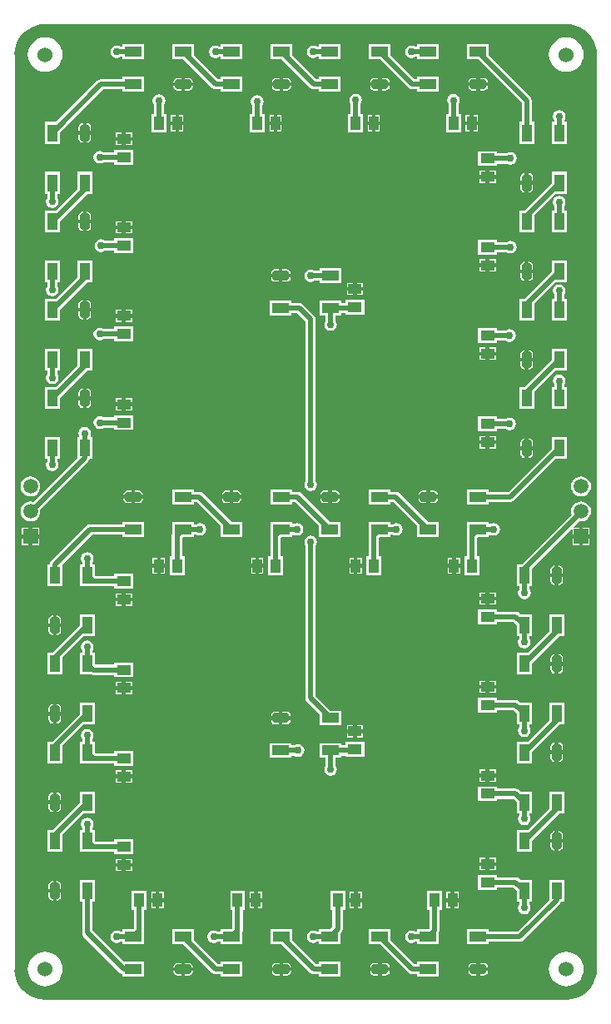
<source format=gtl>
G04*
G04 #@! TF.GenerationSoftware,Altium Limited,Altium Designer,20.2.6 (244)*
G04*
G04 Layer_Physical_Order=1*
G04 Layer_Color=255*
%FSLAX25Y25*%
%MOIN*%
G70*
G04*
G04 #@! TF.SameCoordinates,5A4684AA-0BDD-4268-B9F4-3C1D46E6F2CF*
G04*
G04*
G04 #@! TF.FilePolarity,Positive*
G04*
G01*
G75*
%ADD12C,0.02000*%
%ADD14R,0.05512X0.03937*%
%ADD15R,0.03937X0.05512*%
%ADD16R,0.06693X0.03937*%
%ADD17R,0.06693X0.03937*%
G04:AMPARAMS|DCode=18|XSize=66.93mil|YSize=39.37mil|CornerRadius=9.84mil|HoleSize=0mil|Usage=FLASHONLY|Rotation=0.000|XOffset=0mil|YOffset=0mil|HoleType=Round|Shape=RoundedRectangle|*
%AMROUNDEDRECTD18*
21,1,0.06693,0.01968,0,0,0.0*
21,1,0.04724,0.03937,0,0,0.0*
1,1,0.01968,0.02362,-0.00984*
1,1,0.01968,-0.02362,-0.00984*
1,1,0.01968,-0.02362,0.00984*
1,1,0.01968,0.02362,0.00984*
%
%ADD18ROUNDEDRECTD18*%
%ADD19R,0.03937X0.06693*%
%ADD20R,0.03937X0.06693*%
G04:AMPARAMS|DCode=21|XSize=66.93mil|YSize=39.37mil|CornerRadius=9.84mil|HoleSize=0mil|Usage=FLASHONLY|Rotation=90.000|XOffset=0mil|YOffset=0mil|HoleType=Round|Shape=RoundedRectangle|*
%AMROUNDEDRECTD21*
21,1,0.06693,0.01968,0,0,90.0*
21,1,0.04724,0.03937,0,0,90.0*
1,1,0.01968,0.00984,0.02362*
1,1,0.01968,0.00984,-0.02362*
1,1,0.01968,-0.00984,-0.02362*
1,1,0.01968,-0.00984,0.02362*
%
%ADD21ROUNDEDRECTD21*%
%ADD34C,0.05906*%
%ADD35R,0.05906X0.05906*%
%ADD36C,0.06000*%
%ADD37C,0.03000*%
G36*
X224360Y392038D02*
X226232Y391588D01*
X228010Y390851D01*
X229651Y389846D01*
X231115Y388596D01*
X232365Y387132D01*
X233371Y385490D01*
X234108Y383712D01*
X234557Y381840D01*
X234692Y380128D01*
X234651Y379921D01*
Y13780D01*
X234692Y13573D01*
X234557Y11861D01*
X234108Y9989D01*
X233371Y8210D01*
X232365Y6569D01*
X231115Y5105D01*
X229651Y3855D01*
X228010Y2849D01*
X226232Y2113D01*
X224360Y1663D01*
X222648Y1528D01*
X222441Y1570D01*
X13780D01*
X13573Y1528D01*
X11861Y1663D01*
X9989Y2113D01*
X8210Y2849D01*
X6569Y3855D01*
X5105Y5105D01*
X3855Y6569D01*
X2849Y8210D01*
X2113Y9989D01*
X1663Y11861D01*
X1528Y13573D01*
X1570Y13780D01*
Y379921D01*
X1528Y380128D01*
X1663Y381840D01*
X2113Y383712D01*
X2849Y385490D01*
X3855Y387132D01*
X5105Y388596D01*
X6569Y389846D01*
X8210Y390851D01*
X9989Y391588D01*
X11861Y392038D01*
X13573Y392172D01*
X13780Y392131D01*
X222441D01*
X222648Y392172D01*
X224360Y392038D01*
D02*
G37*
%LPC*%
G36*
X171512Y383984D02*
X162819D01*
Y383055D01*
X161881D01*
X161408Y383371D01*
X160433Y383565D01*
X159458Y383371D01*
X158631Y382818D01*
X158078Y381991D01*
X157884Y381016D01*
X158078Y380040D01*
X158631Y379213D01*
X159458Y378661D01*
X160433Y378467D01*
X161408Y378661D01*
X161881Y378977D01*
X162819D01*
Y378047D01*
X171512D01*
Y383984D01*
D02*
G37*
G36*
X132142D02*
X123449D01*
Y383055D01*
X122613D01*
X122140Y383371D01*
X121164Y383565D01*
X120189Y383371D01*
X119362Y382818D01*
X118809Y381991D01*
X118615Y381016D01*
X118809Y380040D01*
X119362Y379213D01*
X120189Y378661D01*
X121164Y378467D01*
X122140Y378661D01*
X122613Y378977D01*
X123449D01*
Y378047D01*
X132142D01*
Y383984D01*
D02*
G37*
G36*
X92772D02*
X84079D01*
Y383055D01*
X83400D01*
X82928Y383371D01*
X81952Y383565D01*
X80977Y383371D01*
X80150Y382818D01*
X79597Y381991D01*
X79403Y381016D01*
X79597Y380040D01*
X80150Y379213D01*
X80977Y378661D01*
X81952Y378467D01*
X82928Y378661D01*
X83400Y378977D01*
X84079D01*
Y378047D01*
X92772D01*
Y383984D01*
D02*
G37*
G36*
X53402D02*
X44709D01*
Y383055D01*
X43881D01*
X43409Y383371D01*
X42433Y383565D01*
X41458Y383371D01*
X40631Y382818D01*
X40078Y381991D01*
X39884Y381016D01*
X40078Y380040D01*
X40631Y379213D01*
X41458Y378661D01*
X42433Y378467D01*
X43409Y378661D01*
X43881Y378977D01*
X44709D01*
Y378047D01*
X53402D01*
Y383984D01*
D02*
G37*
G36*
X222441Y386860D02*
X221087Y386727D01*
X219785Y386332D01*
X218586Y385691D01*
X217534Y384828D01*
X216671Y383776D01*
X216030Y382577D01*
X215635Y381275D01*
X215502Y379921D01*
X215635Y378568D01*
X216030Y377266D01*
X216671Y376066D01*
X217534Y375015D01*
X218586Y374152D01*
X219785Y373511D01*
X221087Y373116D01*
X222441Y372982D01*
X223795Y373116D01*
X225096Y373511D01*
X226296Y374152D01*
X227347Y375015D01*
X228210Y376066D01*
X228852Y377266D01*
X229246Y378568D01*
X229380Y379921D01*
X229246Y381275D01*
X228852Y382577D01*
X228210Y383776D01*
X227347Y384828D01*
X226296Y385691D01*
X225096Y386332D01*
X223795Y386727D01*
X222441Y386860D01*
D02*
G37*
G36*
X13780D02*
X12426Y386727D01*
X11124Y386332D01*
X9924Y385691D01*
X8873Y384828D01*
X8010Y383776D01*
X7369Y382577D01*
X6974Y381275D01*
X6841Y379921D01*
X6974Y378568D01*
X7369Y377266D01*
X8010Y376066D01*
X8873Y375015D01*
X9924Y374152D01*
X11124Y373511D01*
X12426Y373116D01*
X13780Y372982D01*
X15133Y373116D01*
X16435Y373511D01*
X17635Y374152D01*
X18686Y375015D01*
X19549Y376066D01*
X20190Y377266D01*
X20585Y378568D01*
X20719Y379921D01*
X20585Y381275D01*
X20190Y382577D01*
X19549Y383776D01*
X18686Y384828D01*
X17635Y385691D01*
X16435Y386332D01*
X15133Y386727D01*
X13780Y386860D01*
D02*
G37*
G36*
X189527Y370513D02*
X187915D01*
Y368766D01*
X191041D01*
Y369000D01*
X190926Y369579D01*
X190598Y370070D01*
X190107Y370398D01*
X189527Y370513D01*
D02*
G37*
G36*
X150157D02*
X148545D01*
Y368766D01*
X151671D01*
Y369000D01*
X151556Y369579D01*
X151228Y370070D01*
X150737Y370398D01*
X150157Y370513D01*
D02*
G37*
G36*
X110787D02*
X109175D01*
Y368766D01*
X112301D01*
Y369000D01*
X112186Y369579D01*
X111857Y370070D01*
X111366Y370398D01*
X110787Y370513D01*
D02*
G37*
G36*
X71417D02*
X69805D01*
Y368766D01*
X72931D01*
Y369000D01*
X72815Y369579D01*
X72487Y370070D01*
X71996Y370398D01*
X71417Y370513D01*
D02*
G37*
G36*
X147045D02*
X145433D01*
X144854Y370398D01*
X144363Y370070D01*
X144035Y369579D01*
X143920Y369000D01*
Y368766D01*
X147045D01*
Y370513D01*
D02*
G37*
G36*
X107675D02*
X106063D01*
X105484Y370398D01*
X104993Y370070D01*
X104665Y369579D01*
X104550Y369000D01*
Y368766D01*
X107675D01*
Y370513D01*
D02*
G37*
G36*
X68305D02*
X66693D01*
X66114Y370398D01*
X65623Y370070D01*
X65295Y369579D01*
X65180Y369000D01*
Y368766D01*
X68305D01*
Y370513D01*
D02*
G37*
G36*
X186415D02*
X184803D01*
X184224Y370398D01*
X183733Y370070D01*
X183405Y369579D01*
X183290Y369000D01*
Y368766D01*
X186415D01*
Y370513D01*
D02*
G37*
G36*
X191041Y367266D02*
X187915D01*
Y365518D01*
X189527D01*
X190107Y365633D01*
X190598Y365961D01*
X190926Y366452D01*
X191041Y367032D01*
Y367266D01*
D02*
G37*
G36*
X186415D02*
X183290D01*
Y367032D01*
X183405Y366452D01*
X183733Y365961D01*
X184224Y365633D01*
X184803Y365518D01*
X186415D01*
Y367266D01*
D02*
G37*
G36*
X151671D02*
X148545D01*
Y365518D01*
X150157D01*
X150737Y365633D01*
X151228Y365961D01*
X151556Y366452D01*
X151671Y367032D01*
Y367266D01*
D02*
G37*
G36*
X147045D02*
X143920D01*
Y367032D01*
X144035Y366452D01*
X144363Y365961D01*
X144854Y365633D01*
X145433Y365518D01*
X147045D01*
Y367266D01*
D02*
G37*
G36*
X112301D02*
X109175D01*
Y365518D01*
X110787D01*
X111366Y365633D01*
X111857Y365961D01*
X112186Y366452D01*
X112301Y367032D01*
Y367266D01*
D02*
G37*
G36*
X107675D02*
X104550D01*
Y367032D01*
X104665Y366452D01*
X104993Y365961D01*
X105484Y365633D01*
X106063Y365518D01*
X107675D01*
Y367266D01*
D02*
G37*
G36*
X72931D02*
X69805D01*
Y365518D01*
X71417D01*
X71996Y365633D01*
X72487Y365961D01*
X72815Y366452D01*
X72931Y367032D01*
Y367266D01*
D02*
G37*
G36*
X68305D02*
X65180D01*
Y367032D01*
X65295Y366452D01*
X65623Y365961D01*
X66114Y365633D01*
X66693Y365518D01*
X68305D01*
Y367266D01*
D02*
G37*
G36*
X152142Y383984D02*
X143449D01*
Y378047D01*
X147880D01*
X159353Y366574D01*
X160015Y366132D01*
X160795Y365977D01*
X160795Y365977D01*
X162819D01*
Y365047D01*
X171512D01*
Y370984D01*
X162819D01*
Y370055D01*
X161640D01*
X152142Y379553D01*
Y383984D01*
D02*
G37*
G36*
X112772D02*
X104079D01*
Y378047D01*
X108510D01*
X119983Y366574D01*
X120645Y366132D01*
X121425Y365977D01*
X121425Y365977D01*
X123449D01*
Y365047D01*
X132142D01*
Y370984D01*
X123449D01*
Y370055D01*
X122270D01*
X112772Y379553D01*
Y383984D01*
D02*
G37*
G36*
X73402D02*
X64709D01*
Y378047D01*
X69140D01*
X80613Y366574D01*
X81275Y366132D01*
X82055Y365977D01*
X82055Y365977D01*
X84079D01*
Y365047D01*
X92772D01*
Y370984D01*
X84079D01*
Y370055D01*
X82900D01*
X73402Y379553D01*
Y383984D01*
D02*
G37*
G36*
X53402Y370984D02*
X44709D01*
Y370055D01*
X36055D01*
X35275Y369900D01*
X34613Y369458D01*
X18085Y352929D01*
X13654D01*
Y344236D01*
X19590D01*
Y348667D01*
X36900Y365977D01*
X44709D01*
Y365047D01*
X53402D01*
Y370984D01*
D02*
G37*
G36*
X147843Y355618D02*
X146124D01*
Y353112D01*
X147843D01*
Y355618D01*
D02*
G37*
G36*
X108472D02*
X106754D01*
Y353112D01*
X108472D01*
Y355618D01*
D02*
G37*
G36*
X105254D02*
X103535D01*
Y353112D01*
X105254D01*
Y355618D01*
D02*
G37*
G36*
X144624D02*
X142905D01*
Y353112D01*
X144624D01*
Y355618D01*
D02*
G37*
G36*
X187045D02*
X185327D01*
Y353112D01*
X187045D01*
Y355618D01*
D02*
G37*
G36*
X69102D02*
X67384D01*
Y353112D01*
X69102D01*
Y355618D01*
D02*
G37*
G36*
X183827D02*
X182108D01*
Y353112D01*
X183827D01*
Y355618D01*
D02*
G37*
G36*
X65884D02*
X64165D01*
Y353112D01*
X65884D01*
Y355618D01*
D02*
G37*
G36*
X30606Y352458D02*
X30372D01*
Y349333D01*
X32120D01*
Y350945D01*
X32004Y351524D01*
X31676Y352015D01*
X31185Y352343D01*
X30606Y352458D01*
D02*
G37*
G36*
X28872D02*
X28638D01*
X28059Y352343D01*
X27568Y352015D01*
X27240Y351524D01*
X27125Y350945D01*
Y349333D01*
X28872D01*
Y352458D01*
D02*
G37*
G36*
X187045Y351612D02*
X185327D01*
Y349106D01*
X187045D01*
Y351612D01*
D02*
G37*
G36*
X183827D02*
X182108D01*
Y349106D01*
X183827D01*
Y351612D01*
D02*
G37*
G36*
X147843Y351612D02*
X146124D01*
Y349106D01*
X147843D01*
Y351612D01*
D02*
G37*
G36*
X144624D02*
X142905D01*
Y349106D01*
X144624D01*
Y351612D01*
D02*
G37*
G36*
X108472D02*
X106754D01*
Y349106D01*
X108472D01*
Y351612D01*
D02*
G37*
G36*
X105254D02*
X103535D01*
Y349106D01*
X105254D01*
Y351612D01*
D02*
G37*
G36*
X69102Y351612D02*
X67384D01*
Y349106D01*
X69102D01*
Y351612D01*
D02*
G37*
G36*
X65884D02*
X64165D01*
Y349106D01*
X65884D01*
Y351612D01*
D02*
G37*
G36*
X177293Y364127D02*
X176318Y363933D01*
X175491Y363380D01*
X174938Y362553D01*
X174744Y361578D01*
X174938Y360602D01*
X175254Y360130D01*
Y356118D01*
X174325D01*
Y348606D01*
X180262D01*
Y356118D01*
X179332D01*
Y360130D01*
X179648Y360602D01*
X179842Y361578D01*
X179648Y362553D01*
X179095Y363380D01*
X178269Y363933D01*
X177293Y364127D01*
D02*
G37*
G36*
X138091Y364255D02*
X137115Y364060D01*
X136288Y363508D01*
X135736Y362681D01*
X135542Y361706D01*
X135736Y360730D01*
X136051Y360258D01*
Y356118D01*
X135122D01*
Y348606D01*
X141059D01*
Y356118D01*
X140130D01*
Y360258D01*
X140445Y360730D01*
X140639Y361706D01*
X140445Y362681D01*
X139893Y363508D01*
X139066Y364060D01*
X138091Y364255D01*
D02*
G37*
G36*
X98721Y363770D02*
X97745Y363575D01*
X96918Y363023D01*
X96365Y362196D01*
X96171Y361221D01*
X96365Y360245D01*
X96681Y359772D01*
Y356118D01*
X95752D01*
Y348606D01*
X101689D01*
Y356118D01*
X100760D01*
Y359772D01*
X101075Y360245D01*
X101269Y361221D01*
X101075Y362196D01*
X100523Y363023D01*
X99696Y363575D01*
X98721Y363770D01*
D02*
G37*
G36*
X59350Y364065D02*
X58375Y363871D01*
X57548Y363318D01*
X56995Y362491D01*
X56801Y361516D01*
X56995Y360540D01*
X57311Y360068D01*
Y356118D01*
X56382D01*
Y348606D01*
X62319D01*
Y356118D01*
X61390D01*
Y360068D01*
X61705Y360540D01*
X61899Y361516D01*
X61705Y362491D01*
X61153Y363318D01*
X60326Y363871D01*
X59350Y364065D01*
D02*
G37*
G36*
X48531Y348630D02*
X46026D01*
Y346912D01*
X48531D01*
Y348630D01*
D02*
G37*
G36*
X44526D02*
X42020D01*
Y346912D01*
X44526D01*
Y348630D01*
D02*
G37*
G36*
X32120Y347833D02*
X30372D01*
Y344707D01*
X30606D01*
X31185Y344822D01*
X31676Y345150D01*
X32004Y345641D01*
X32120Y346220D01*
Y347833D01*
D02*
G37*
G36*
X28872D02*
X27125D01*
Y346220D01*
X27240Y345641D01*
X27568Y345150D01*
X28059Y344822D01*
X28638Y344707D01*
X28872D01*
Y347833D01*
D02*
G37*
G36*
X219598Y357677D02*
X218623Y357483D01*
X217796Y356930D01*
X217244Y356103D01*
X217049Y355128D01*
X217244Y354152D01*
X217559Y353680D01*
Y352929D01*
X216630D01*
Y344236D01*
X222567D01*
Y352929D01*
X221638D01*
Y353680D01*
X221953Y354152D01*
X222147Y355128D01*
X221953Y356103D01*
X221401Y356930D01*
X220574Y357483D01*
X219598Y357677D01*
D02*
G37*
G36*
X191512Y383984D02*
X182819D01*
Y378047D01*
X187250D01*
X204559Y360738D01*
Y352929D01*
X203630D01*
Y344236D01*
X209567D01*
Y352929D01*
X208638D01*
Y361583D01*
X208638Y361583D01*
X208482Y362363D01*
X208040Y363025D01*
X208040Y363025D01*
X191512Y379553D01*
Y383984D01*
D02*
G37*
G36*
X48531Y345411D02*
X46026D01*
Y343693D01*
X48531D01*
Y345411D01*
D02*
G37*
G36*
X44526D02*
X42020D01*
Y343693D01*
X44526D01*
Y345411D01*
D02*
G37*
G36*
X49031Y341846D02*
X41520D01*
Y340917D01*
X37176D01*
X36704Y341233D01*
X35728Y341427D01*
X34753Y341233D01*
X33926Y340680D01*
X33373Y339853D01*
X33179Y338878D01*
X33373Y337902D01*
X33926Y337076D01*
X34753Y336523D01*
X35728Y336329D01*
X36704Y336523D01*
X37176Y336839D01*
X41520D01*
Y335910D01*
X49031D01*
Y341846D01*
D02*
G37*
G36*
X194701Y341256D02*
X187189D01*
Y335319D01*
X194701D01*
Y336248D01*
X198650D01*
X199123Y335932D01*
X200098Y335738D01*
X201074Y335932D01*
X201901Y336485D01*
X202453Y337312D01*
X202647Y338287D01*
X202453Y339263D01*
X201901Y340090D01*
X201074Y340642D01*
X200098Y340836D01*
X199123Y340642D01*
X198650Y340327D01*
X194701D01*
Y341256D01*
D02*
G37*
G36*
X194201Y333472D02*
X191695D01*
Y331754D01*
X194201D01*
Y333472D01*
D02*
G37*
G36*
X190195D02*
X187689D01*
Y331754D01*
X190195D01*
Y333472D01*
D02*
G37*
G36*
X207583Y332458D02*
X207348D01*
Y329333D01*
X209096D01*
Y330945D01*
X208981Y331524D01*
X208653Y332015D01*
X208162Y332343D01*
X207583Y332458D01*
D02*
G37*
G36*
X205848D02*
X205614D01*
X205035Y332343D01*
X204544Y332015D01*
X204216Y331524D01*
X204101Y330945D01*
Y329333D01*
X205848D01*
Y332458D01*
D02*
G37*
G36*
X194201Y330254D02*
X191695D01*
Y328535D01*
X194201D01*
Y330254D01*
D02*
G37*
G36*
X190195D02*
X187689D01*
Y328535D01*
X190195D01*
Y330254D01*
D02*
G37*
G36*
X209096Y327833D02*
X207348D01*
Y324707D01*
X207583D01*
X208162Y324822D01*
X208653Y325150D01*
X208981Y325641D01*
X209096Y326220D01*
Y327833D01*
D02*
G37*
G36*
X205848D02*
X204101D01*
Y326220D01*
X204216Y325641D01*
X204544Y325150D01*
X205035Y324822D01*
X205614Y324707D01*
X205848D01*
Y327833D01*
D02*
G37*
G36*
X19590Y332929D02*
X13654D01*
Y324236D01*
X14583D01*
Y322501D01*
X14267Y322029D01*
X14073Y321053D01*
X14267Y320078D01*
X14820Y319251D01*
X15647Y318698D01*
X16622Y318504D01*
X17597Y318698D01*
X18424Y319251D01*
X18977Y320078D01*
X19171Y321053D01*
X18977Y322029D01*
X18661Y322501D01*
Y324236D01*
X19590D01*
Y332929D01*
D02*
G37*
G36*
X30606Y317025D02*
X30372D01*
Y313900D01*
X32120D01*
Y315512D01*
X32004Y316091D01*
X31676Y316582D01*
X31185Y316910D01*
X30606Y317025D01*
D02*
G37*
G36*
X28872D02*
X28638D01*
X28059Y316910D01*
X27568Y316582D01*
X27240Y316091D01*
X27125Y315512D01*
Y313900D01*
X28872D01*
Y317025D01*
D02*
G37*
G36*
X48531Y313197D02*
X46026D01*
Y311478D01*
X48531D01*
Y313197D01*
D02*
G37*
G36*
X44526D02*
X42020D01*
Y311478D01*
X44526D01*
Y313197D01*
D02*
G37*
G36*
X32120Y312400D02*
X30372D01*
Y309274D01*
X30606D01*
X31185Y309389D01*
X31676Y309717D01*
X32004Y310208D01*
X32120Y310787D01*
Y312400D01*
D02*
G37*
G36*
X28872D02*
X27125D01*
Y310787D01*
X27240Y310208D01*
X27568Y309717D01*
X28059Y309389D01*
X28638Y309274D01*
X28872D01*
Y312400D01*
D02*
G37*
G36*
X219598Y323415D02*
X218623Y323221D01*
X217796Y322669D01*
X217244Y321842D01*
X217049Y320866D01*
X217244Y319891D01*
X217559Y319418D01*
Y317496D01*
X216630D01*
Y308803D01*
X222567D01*
Y317496D01*
X221638D01*
Y319418D01*
X221953Y319891D01*
X222147Y320866D01*
X221953Y321842D01*
X221401Y322669D01*
X220574Y323221D01*
X219598Y323415D01*
D02*
G37*
G36*
X222567Y332929D02*
X216630D01*
Y328498D01*
X205628Y317496D01*
X203630D01*
Y308803D01*
X209567D01*
Y315667D01*
X218136Y324236D01*
X222567D01*
Y332929D01*
D02*
G37*
G36*
X32591D02*
X26654D01*
Y326065D01*
X18085Y317496D01*
X13654D01*
Y308803D01*
X19590D01*
Y313234D01*
X30593Y324236D01*
X32591D01*
Y332929D01*
D02*
G37*
G36*
X48531Y309978D02*
X46026D01*
Y308260D01*
X48531D01*
Y309978D01*
D02*
G37*
G36*
X44526D02*
X42020D01*
Y308260D01*
X44526D01*
Y309978D01*
D02*
G37*
G36*
X49031Y306413D02*
X41520D01*
Y305484D01*
X37570D01*
X37097Y305800D01*
X36122Y305994D01*
X35147Y305800D01*
X34320Y305247D01*
X33767Y304420D01*
X33573Y303445D01*
X33767Y302469D01*
X34320Y301642D01*
X35147Y301090D01*
X36122Y300896D01*
X37097Y301090D01*
X37570Y301406D01*
X41520D01*
Y300476D01*
X49031D01*
Y306413D01*
D02*
G37*
G36*
X194701Y305823D02*
X187189D01*
Y299886D01*
X194701D01*
Y300815D01*
X198650D01*
X199123Y300499D01*
X200098Y300305D01*
X201074Y300499D01*
X201901Y301052D01*
X202453Y301879D01*
X202647Y302854D01*
X202453Y303830D01*
X201901Y304657D01*
X201074Y305209D01*
X200098Y305403D01*
X199123Y305209D01*
X198650Y304893D01*
X194701D01*
Y305823D01*
D02*
G37*
G36*
X194201Y298039D02*
X191695D01*
Y296321D01*
X194201D01*
Y298039D01*
D02*
G37*
G36*
X190195D02*
X187689D01*
Y296321D01*
X190195D01*
Y298039D01*
D02*
G37*
G36*
X207583Y297025D02*
X207348D01*
Y293900D01*
X209096D01*
Y295512D01*
X208981Y296091D01*
X208653Y296582D01*
X208162Y296910D01*
X207583Y297025D01*
D02*
G37*
G36*
X205848D02*
X205614D01*
X205035Y296910D01*
X204544Y296582D01*
X204216Y296091D01*
X204101Y295512D01*
Y293900D01*
X205848D01*
Y297025D01*
D02*
G37*
G36*
X132457Y294402D02*
X123764D01*
Y293472D01*
X121385D01*
X121054Y293693D01*
X120079Y293888D01*
X119103Y293693D01*
X118276Y293141D01*
X117724Y292314D01*
X117530Y291339D01*
X117724Y290363D01*
X118276Y289536D01*
X119103Y288984D01*
X120079Y288790D01*
X121054Y288984D01*
X121668Y289394D01*
X123764D01*
Y288465D01*
X132457D01*
Y294402D01*
D02*
G37*
G36*
X194201Y294821D02*
X191695D01*
Y293102D01*
X194201D01*
Y294821D01*
D02*
G37*
G36*
X190195D02*
X187689D01*
Y293102D01*
X190195D01*
Y294821D01*
D02*
G37*
G36*
X110472Y293931D02*
X108860D01*
Y292183D01*
X111986D01*
Y292417D01*
X111871Y292997D01*
X111542Y293487D01*
X111052Y293815D01*
X110472Y293931D01*
D02*
G37*
G36*
X107360D02*
X105748D01*
X105169Y293815D01*
X104678Y293487D01*
X104350Y292997D01*
X104235Y292417D01*
Y292183D01*
X107360D01*
Y293931D01*
D02*
G37*
G36*
X209096Y292400D02*
X207348D01*
Y289274D01*
X207583D01*
X208162Y289389D01*
X208653Y289717D01*
X208981Y290208D01*
X209096Y290787D01*
Y292400D01*
D02*
G37*
G36*
X205848D02*
X204101D01*
Y290787D01*
X204216Y290208D01*
X204544Y289717D01*
X205035Y289389D01*
X205614Y289274D01*
X205848D01*
Y292400D01*
D02*
G37*
G36*
X111986Y290683D02*
X108860D01*
Y288935D01*
X110472D01*
X111052Y289051D01*
X111542Y289379D01*
X111871Y289870D01*
X111986Y290449D01*
Y290683D01*
D02*
G37*
G36*
X107360D02*
X104235D01*
Y290449D01*
X104350Y289870D01*
X104678Y289379D01*
X105169Y289051D01*
X105748Y288935D01*
X107360D01*
Y290683D01*
D02*
G37*
G36*
X141051Y288591D02*
X138545D01*
Y286872D01*
X141051D01*
Y288591D01*
D02*
G37*
G36*
X137045D02*
X134539D01*
Y286872D01*
X137045D01*
Y288591D01*
D02*
G37*
G36*
X141051Y285372D02*
X138545D01*
Y283653D01*
X141051D01*
Y285372D01*
D02*
G37*
G36*
X137045D02*
X134539D01*
Y283653D01*
X137045D01*
Y285372D01*
D02*
G37*
G36*
X19590Y297496D02*
X13654D01*
Y288803D01*
X14583D01*
Y287068D01*
X14267Y286596D01*
X14073Y285620D01*
X14267Y284645D01*
X14820Y283818D01*
X15647Y283265D01*
X16622Y283071D01*
X17597Y283265D01*
X18424Y283818D01*
X18977Y284645D01*
X19171Y285620D01*
X18977Y286596D01*
X18661Y287068D01*
Y288803D01*
X19590D01*
Y297496D01*
D02*
G37*
G36*
X141551Y281807D02*
X134039D01*
Y280472D01*
X132457D01*
Y281402D01*
X123764D01*
Y275465D01*
X126071D01*
Y273259D01*
X125755Y272786D01*
X125561Y271811D01*
X125755Y270836D01*
X126308Y270009D01*
X127135Y269456D01*
X128110Y269262D01*
X129086Y269456D01*
X129913Y270009D01*
X130465Y270836D01*
X130659Y271811D01*
X130465Y272786D01*
X130149Y273259D01*
Y275465D01*
X132457D01*
Y276394D01*
X134039D01*
Y275870D01*
X141551D01*
Y281807D01*
D02*
G37*
G36*
X30606Y281592D02*
X30372D01*
Y278467D01*
X32120D01*
Y280079D01*
X32004Y280658D01*
X31676Y281149D01*
X31185Y281477D01*
X30606Y281592D01*
D02*
G37*
G36*
X28872D02*
X28638D01*
X28059Y281477D01*
X27568Y281149D01*
X27240Y280658D01*
X27125Y280079D01*
Y278467D01*
X28872D01*
Y281592D01*
D02*
G37*
G36*
X48531Y277764D02*
X46026D01*
Y276045D01*
X48531D01*
Y277764D01*
D02*
G37*
G36*
X44526D02*
X42020D01*
Y276045D01*
X44526D01*
Y277764D01*
D02*
G37*
G36*
X32120Y276967D02*
X30372D01*
Y273841D01*
X30606D01*
X31185Y273956D01*
X31676Y274284D01*
X32004Y274775D01*
X32120Y275354D01*
Y276967D01*
D02*
G37*
G36*
X28872D02*
X27125D01*
Y275354D01*
X27240Y274775D01*
X27568Y274284D01*
X28059Y273956D01*
X28638Y273841D01*
X28872D01*
Y276967D01*
D02*
G37*
G36*
X219598Y287872D02*
X218623Y287678D01*
X217796Y287125D01*
X217244Y286298D01*
X217049Y285323D01*
X217244Y284347D01*
X217559Y283875D01*
Y282063D01*
X216630D01*
Y273370D01*
X222567D01*
Y282063D01*
X221638D01*
Y283875D01*
X221953Y284347D01*
X222147Y285323D01*
X221953Y286298D01*
X221401Y287125D01*
X220574Y287678D01*
X219598Y287872D01*
D02*
G37*
G36*
X222567Y297496D02*
X216630D01*
Y293065D01*
X205628Y282063D01*
X203630D01*
Y273370D01*
X209567D01*
Y280234D01*
X218136Y288803D01*
X222567D01*
Y297496D01*
D02*
G37*
G36*
X32591D02*
X26654D01*
Y290632D01*
X18085Y282063D01*
X13654D01*
Y273370D01*
X19590D01*
Y277801D01*
X30593Y288803D01*
X32591D01*
Y297496D01*
D02*
G37*
G36*
X48531Y274545D02*
X46026D01*
Y272827D01*
X48531D01*
Y274545D01*
D02*
G37*
G36*
X44526D02*
X42020D01*
Y272827D01*
X44526D01*
Y274545D01*
D02*
G37*
G36*
X49031Y270980D02*
X41520D01*
Y270051D01*
X37176D01*
X36704Y270367D01*
X35728Y270561D01*
X34753Y270367D01*
X33926Y269814D01*
X33373Y268987D01*
X33179Y268012D01*
X33373Y267036D01*
X33926Y266209D01*
X34753Y265657D01*
X35728Y265463D01*
X36704Y265657D01*
X37176Y265973D01*
X41520D01*
Y265043D01*
X49031D01*
Y270980D01*
D02*
G37*
G36*
X194701Y270390D02*
X187189D01*
Y264453D01*
X194701D01*
Y265382D01*
X198355D01*
X198828Y265066D01*
X199803Y264872D01*
X200779Y265066D01*
X201606Y265619D01*
X202158Y266446D01*
X202352Y267421D01*
X202158Y268397D01*
X201606Y269224D01*
X200779Y269776D01*
X199803Y269970D01*
X198828Y269776D01*
X198355Y269460D01*
X194701D01*
Y270390D01*
D02*
G37*
G36*
X194201Y262606D02*
X191695D01*
Y260888D01*
X194201D01*
Y262606D01*
D02*
G37*
G36*
X190195D02*
X187689D01*
Y260888D01*
X190195D01*
Y262606D01*
D02*
G37*
G36*
X207583Y261592D02*
X207348D01*
Y258467D01*
X209096D01*
Y260079D01*
X208981Y260658D01*
X208653Y261149D01*
X208162Y261477D01*
X207583Y261592D01*
D02*
G37*
G36*
X205849D02*
X205614D01*
X205035Y261477D01*
X204544Y261149D01*
X204216Y260658D01*
X204101Y260079D01*
Y258467D01*
X205849D01*
Y261592D01*
D02*
G37*
G36*
X194201Y259388D02*
X191695D01*
Y257669D01*
X194201D01*
Y259388D01*
D02*
G37*
G36*
X190195D02*
X187689D01*
Y257669D01*
X190195D01*
Y259388D01*
D02*
G37*
G36*
X209096Y256967D02*
X207348D01*
Y253841D01*
X207583D01*
X208162Y253956D01*
X208653Y254284D01*
X208981Y254775D01*
X209096Y255354D01*
Y256967D01*
D02*
G37*
G36*
X205849D02*
X204101D01*
Y255354D01*
X204216Y254775D01*
X204544Y254284D01*
X205035Y253956D01*
X205614Y253841D01*
X205849D01*
Y256967D01*
D02*
G37*
G36*
X19590Y262063D02*
X13654D01*
Y253370D01*
X14583D01*
Y252011D01*
X14267Y251539D01*
X14073Y250563D01*
X14267Y249588D01*
X14820Y248761D01*
X15647Y248208D01*
X16622Y248014D01*
X17597Y248208D01*
X18424Y248761D01*
X18977Y249588D01*
X19171Y250563D01*
X18977Y251539D01*
X18661Y252011D01*
Y253370D01*
X19590D01*
Y262063D01*
D02*
G37*
G36*
X30606Y246159D02*
X30372D01*
Y243033D01*
X32120D01*
Y244646D01*
X32004Y245225D01*
X31676Y245716D01*
X31185Y246044D01*
X30606Y246159D01*
D02*
G37*
G36*
X28872D02*
X28638D01*
X28059Y246044D01*
X27568Y245716D01*
X27240Y245225D01*
X27125Y244646D01*
Y243033D01*
X28872D01*
Y246159D01*
D02*
G37*
G36*
X48531Y242331D02*
X46026D01*
Y240612D01*
X48531D01*
Y242331D01*
D02*
G37*
G36*
X44526D02*
X42020D01*
Y240612D01*
X44526D01*
Y242331D01*
D02*
G37*
G36*
X32120Y241533D02*
X30372D01*
Y238408D01*
X30606D01*
X31185Y238523D01*
X31676Y238851D01*
X32004Y239342D01*
X32120Y239921D01*
Y241533D01*
D02*
G37*
G36*
X28872D02*
X27125D01*
Y239921D01*
X27240Y239342D01*
X27568Y238851D01*
X28059Y238523D01*
X28638Y238408D01*
X28872D01*
Y241533D01*
D02*
G37*
G36*
X219598Y251799D02*
X218623Y251605D01*
X217796Y251052D01*
X217244Y250225D01*
X217049Y249250D01*
X217244Y248274D01*
X217559Y247802D01*
Y246630D01*
X216630D01*
Y237937D01*
X222567D01*
Y246630D01*
X221638D01*
Y247802D01*
X221953Y248274D01*
X222147Y249250D01*
X221953Y250225D01*
X221401Y251052D01*
X220574Y251605D01*
X219598Y251799D01*
D02*
G37*
G36*
X222567Y262063D02*
X216630D01*
Y257632D01*
X205628Y246630D01*
X203630D01*
Y237937D01*
X209567D01*
Y244801D01*
X218136Y253370D01*
X222567D01*
Y262063D01*
D02*
G37*
G36*
X32591D02*
X26654D01*
Y255199D01*
X18085Y246630D01*
X13654D01*
Y237937D01*
X19590D01*
Y242368D01*
X30593Y253370D01*
X32591D01*
Y262063D01*
D02*
G37*
G36*
X48531Y239112D02*
X46026D01*
Y237394D01*
X48531D01*
Y239112D01*
D02*
G37*
G36*
X44526D02*
X42020D01*
Y237394D01*
X44526D01*
Y239112D01*
D02*
G37*
G36*
X49031Y235547D02*
X41520D01*
Y234618D01*
X37176D01*
X36704Y234934D01*
X35728Y235128D01*
X34753Y234934D01*
X33926Y234381D01*
X33373Y233554D01*
X33179Y232579D01*
X33373Y231603D01*
X33926Y230776D01*
X34753Y230224D01*
X35728Y230030D01*
X36704Y230224D01*
X37176Y230540D01*
X41520D01*
Y229610D01*
X49031D01*
Y235547D01*
D02*
G37*
G36*
X194701Y234957D02*
X187189D01*
Y229020D01*
X194701D01*
Y229949D01*
X198355D01*
X198828Y229633D01*
X199803Y229439D01*
X200779Y229633D01*
X201606Y230186D01*
X202158Y231013D01*
X202352Y231988D01*
X202158Y232964D01*
X201606Y233791D01*
X200779Y234343D01*
X199803Y234537D01*
X198828Y234343D01*
X198355Y234027D01*
X194701D01*
Y234957D01*
D02*
G37*
G36*
X194201Y227173D02*
X191695D01*
Y225455D01*
X194201D01*
Y227173D01*
D02*
G37*
G36*
X190195D02*
X187689D01*
Y225455D01*
X190195D01*
Y227173D01*
D02*
G37*
G36*
X207583Y226159D02*
X207348D01*
Y223033D01*
X209096D01*
Y224646D01*
X208981Y225225D01*
X208653Y225716D01*
X208162Y226044D01*
X207583Y226159D01*
D02*
G37*
G36*
X205848D02*
X205614D01*
X205035Y226044D01*
X204544Y225716D01*
X204216Y225225D01*
X204101Y224646D01*
Y223033D01*
X205848D01*
Y226159D01*
D02*
G37*
G36*
X194201Y223955D02*
X191695D01*
Y222236D01*
X194201D01*
Y223955D01*
D02*
G37*
G36*
X190195D02*
X187689D01*
Y222236D01*
X190195D01*
Y223955D01*
D02*
G37*
G36*
X209096Y221533D02*
X207348D01*
Y218408D01*
X207583D01*
X208162Y218523D01*
X208653Y218851D01*
X208981Y219342D01*
X209096Y219921D01*
Y221533D01*
D02*
G37*
G36*
X205848D02*
X204101D01*
Y219921D01*
X204216Y219342D01*
X204544Y218851D01*
X205035Y218523D01*
X205614Y218408D01*
X205848D01*
Y221533D01*
D02*
G37*
G36*
X19590Y226630D02*
X13654D01*
Y217937D01*
X14583D01*
Y217109D01*
X14267Y216637D01*
X14073Y215661D01*
X14267Y214686D01*
X14820Y213859D01*
X15647Y213306D01*
X16622Y213112D01*
X17597Y213306D01*
X18424Y213859D01*
X18977Y214686D01*
X19171Y215661D01*
X18977Y216637D01*
X18661Y217109D01*
Y217937D01*
X19590D01*
Y226630D01*
D02*
G37*
G36*
X112457Y281402D02*
X103764D01*
Y275465D01*
X112457D01*
Y276394D01*
X114731D01*
X118040Y273085D01*
Y209125D01*
X117724Y208653D01*
X117530Y207677D01*
X117724Y206702D01*
X118276Y205875D01*
X119103Y205322D01*
X120079Y205128D01*
X121054Y205322D01*
X121881Y205875D01*
X122434Y206702D01*
X122628Y207677D01*
X122434Y208653D01*
X122118Y209125D01*
Y273930D01*
X122118Y273930D01*
X121963Y274710D01*
X121521Y275372D01*
X121521Y275372D01*
X117018Y279875D01*
X116356Y280317D01*
X115576Y280472D01*
X112457D01*
Y281402D01*
D02*
G37*
G36*
X222567Y226630D02*
X216630D01*
Y222199D01*
X199321Y204890D01*
X191512D01*
Y205819D01*
X182819D01*
Y199882D01*
X191512D01*
Y200811D01*
X200165D01*
X200946Y200966D01*
X201607Y201409D01*
X218136Y217937D01*
X222567D01*
Y226630D01*
D02*
G37*
G36*
X169527Y205348D02*
X167915D01*
Y203600D01*
X171041D01*
Y203835D01*
X170926Y204414D01*
X170598Y204905D01*
X170107Y205233D01*
X169527Y205348D01*
D02*
G37*
G36*
X166415D02*
X164803D01*
X164224Y205233D01*
X163733Y204905D01*
X163405Y204414D01*
X163290Y203835D01*
Y203600D01*
X166415D01*
Y205348D01*
D02*
G37*
G36*
X130157D02*
X128545D01*
Y203600D01*
X131671D01*
Y203835D01*
X131556Y204414D01*
X131228Y204905D01*
X130737Y205233D01*
X130157Y205348D01*
D02*
G37*
G36*
X127045D02*
X125433D01*
X124854Y205233D01*
X124363Y204905D01*
X124035Y204414D01*
X123920Y203835D01*
Y203600D01*
X127045D01*
Y205348D01*
D02*
G37*
G36*
X90787D02*
X89175D01*
Y203600D01*
X92301D01*
Y203835D01*
X92185Y204414D01*
X91857Y204905D01*
X91366Y205233D01*
X90787Y205348D01*
D02*
G37*
G36*
X87675D02*
X86063D01*
X85484Y205233D01*
X84993Y204905D01*
X84665Y204414D01*
X84550Y203835D01*
Y203600D01*
X87675D01*
Y205348D01*
D02*
G37*
G36*
X51417D02*
X49805D01*
Y203600D01*
X52931D01*
Y203835D01*
X52815Y204414D01*
X52487Y204905D01*
X51996Y205233D01*
X51417Y205348D01*
D02*
G37*
G36*
X48305D02*
X46693D01*
X46114Y205233D01*
X45623Y204905D01*
X45295Y204414D01*
X45180Y203835D01*
Y203600D01*
X48305D01*
Y205348D01*
D02*
G37*
G36*
X228346Y210995D02*
X227315Y210859D01*
X226353Y210461D01*
X225527Y209827D01*
X224894Y209001D01*
X224495Y208040D01*
X224360Y207008D01*
X224495Y205976D01*
X224894Y205014D01*
X225527Y204189D01*
X226353Y203555D01*
X227315Y203157D01*
X228346Y203021D01*
X229378Y203157D01*
X230340Y203555D01*
X231166Y204189D01*
X231799Y205014D01*
X232197Y205976D01*
X232333Y207008D01*
X232197Y208040D01*
X231799Y209001D01*
X231166Y209827D01*
X230340Y210461D01*
X229378Y210859D01*
X228346Y210995D01*
D02*
G37*
G36*
X7874D02*
X6842Y210859D01*
X5881Y210461D01*
X5055Y209827D01*
X4421Y209001D01*
X4023Y208040D01*
X3887Y207008D01*
X4023Y205976D01*
X4421Y205014D01*
X5055Y204189D01*
X5881Y203555D01*
X6842Y203157D01*
X7874Y203021D01*
X8906Y203157D01*
X9867Y203555D01*
X10693Y204189D01*
X11327Y205014D01*
X11725Y205976D01*
X11861Y207008D01*
X11725Y208040D01*
X11327Y209001D01*
X10693Y209827D01*
X9867Y210461D01*
X8906Y210859D01*
X7874Y210995D01*
D02*
G37*
G36*
X29622Y230801D02*
X28647Y230607D01*
X27820Y230054D01*
X27267Y229227D01*
X27073Y228252D01*
X27267Y227276D01*
X27365Y227130D01*
X27098Y226630D01*
X26654D01*
Y218356D01*
X9083Y200786D01*
X8906Y200859D01*
X7874Y200995D01*
X6842Y200859D01*
X5881Y200461D01*
X5055Y199827D01*
X4421Y199001D01*
X4023Y198040D01*
X3887Y197008D01*
X4023Y195976D01*
X4421Y195014D01*
X5055Y194189D01*
X5881Y193555D01*
X6842Y193157D01*
X7874Y193021D01*
X8906Y193157D01*
X9867Y193555D01*
X10693Y194189D01*
X11327Y195014D01*
X11725Y195976D01*
X11861Y197008D01*
X11769Y197704D01*
X31064Y216999D01*
X31506Y217661D01*
X31561Y217937D01*
X32591D01*
Y226630D01*
X32146D01*
X31879Y227130D01*
X31977Y227276D01*
X32171Y228252D01*
X31977Y229227D01*
X31424Y230054D01*
X30597Y230607D01*
X29622Y230801D01*
D02*
G37*
G36*
X171041Y202100D02*
X167915D01*
Y200353D01*
X169527D01*
X170107Y200468D01*
X170598Y200796D01*
X170926Y201287D01*
X171041Y201866D01*
Y202100D01*
D02*
G37*
G36*
X166415D02*
X163290D01*
Y201866D01*
X163405Y201287D01*
X163733Y200796D01*
X164224Y200468D01*
X164803Y200353D01*
X166415D01*
Y202100D01*
D02*
G37*
G36*
X131671D02*
X128545D01*
Y200353D01*
X130157D01*
X130737Y200468D01*
X131228Y200796D01*
X131556Y201287D01*
X131671Y201866D01*
Y202100D01*
D02*
G37*
G36*
X127045D02*
X123920D01*
Y201866D01*
X124035Y201287D01*
X124363Y200796D01*
X124854Y200468D01*
X125433Y200353D01*
X127045D01*
Y202100D01*
D02*
G37*
G36*
X92301D02*
X89175D01*
Y200353D01*
X90787D01*
X91366Y200468D01*
X91857Y200796D01*
X92185Y201287D01*
X92301Y201866D01*
Y202100D01*
D02*
G37*
G36*
X87675D02*
X84550D01*
Y201866D01*
X84665Y201287D01*
X84993Y200796D01*
X85484Y200468D01*
X86063Y200353D01*
X87675D01*
Y202100D01*
D02*
G37*
G36*
X52931D02*
X49805D01*
Y200353D01*
X51417D01*
X51996Y200468D01*
X52487Y200796D01*
X52815Y201287D01*
X52931Y201866D01*
Y202100D01*
D02*
G37*
G36*
X48305D02*
X45180D01*
Y201866D01*
X45295Y201287D01*
X45623Y200796D01*
X46114Y200468D01*
X46693Y200353D01*
X48305D01*
Y202100D01*
D02*
G37*
G36*
X228346Y200995D02*
X227315Y200859D01*
X226353Y200461D01*
X225527Y199827D01*
X224894Y199001D01*
X224495Y198040D01*
X224360Y197008D01*
X224495Y195976D01*
X224569Y195799D01*
X204534Y175764D01*
X202630D01*
Y167071D01*
X203559D01*
Y165653D01*
X203354Y165346D01*
X203160Y164370D01*
X203354Y163395D01*
X203906Y162568D01*
X204733Y162015D01*
X205709Y161821D01*
X206684Y162015D01*
X207511Y162568D01*
X208064Y163395D01*
X208258Y164370D01*
X208064Y165346D01*
X207638Y165983D01*
Y167071D01*
X208567D01*
Y174030D01*
X224432Y189894D01*
X224894Y189703D01*
Y187758D01*
X227596D01*
Y190461D01*
X225651D01*
X225460Y190923D01*
X227650Y193113D01*
X228346Y193021D01*
X229378Y193157D01*
X230340Y193555D01*
X231166Y194189D01*
X231799Y195014D01*
X232197Y195976D01*
X232333Y197008D01*
X232197Y198040D01*
X231799Y199001D01*
X231166Y199827D01*
X230340Y200461D01*
X229378Y200859D01*
X228346Y200995D01*
D02*
G37*
G36*
X53402Y192819D02*
X44709D01*
Y191890D01*
X31705D01*
X31705Y191890D01*
X30925Y191734D01*
X30263Y191292D01*
X16180Y177209D01*
X15738Y176548D01*
X15583Y175767D01*
Y175764D01*
X14654D01*
Y167071D01*
X20591D01*
Y175764D01*
X20591Y175764D01*
X20591D01*
X20872Y176133D01*
X32550Y187811D01*
X44709D01*
Y186882D01*
X53402D01*
Y192819D01*
D02*
G37*
G36*
X231799Y190461D02*
X229097D01*
Y187758D01*
X231799D01*
Y190461D01*
D02*
G37*
G36*
X11327D02*
X8624D01*
Y187758D01*
X11327D01*
Y190461D01*
D02*
G37*
G36*
X7124D02*
X4421D01*
Y187758D01*
X7124D01*
Y190461D01*
D02*
G37*
G36*
X191512Y192819D02*
X182819D01*
Y188002D01*
X182705Y187429D01*
Y178953D01*
X181776D01*
Y171441D01*
X187713D01*
Y178953D01*
X186783D01*
Y186584D01*
X187081Y186882D01*
X191512D01*
Y187533D01*
X192012Y187724D01*
X192354Y187495D01*
X193330Y187301D01*
X194305Y187495D01*
X195132Y188048D01*
X195685Y188875D01*
X195879Y189850D01*
X195685Y190826D01*
X195132Y191653D01*
X194305Y192205D01*
X193330Y192399D01*
X192354Y192205D01*
X192012Y191976D01*
X191512Y192167D01*
Y192819D01*
D02*
G37*
G36*
X152142D02*
X143449D01*
Y188002D01*
X143335Y187429D01*
Y178953D01*
X142405D01*
Y171441D01*
X148343D01*
Y178953D01*
X147413D01*
Y186584D01*
X147711Y186882D01*
X152142D01*
Y187811D01*
X152969D01*
X153442Y187495D01*
X154417Y187301D01*
X155393Y187495D01*
X156220Y188048D01*
X156772Y188875D01*
X156966Y189850D01*
X156772Y190826D01*
X156220Y191653D01*
X155393Y192205D01*
X154417Y192399D01*
X153442Y192205D01*
X152969Y191890D01*
X152142D01*
Y192819D01*
D02*
G37*
G36*
X112772D02*
X104079D01*
Y188002D01*
X103965Y187429D01*
Y178953D01*
X103035D01*
Y171441D01*
X108972D01*
Y178953D01*
X108043D01*
Y186584D01*
X108341Y186882D01*
X112772D01*
Y187526D01*
X113272Y187721D01*
X113609Y187495D01*
X114585Y187301D01*
X115560Y187495D01*
X116387Y188048D01*
X116940Y188875D01*
X117134Y189850D01*
X116940Y190826D01*
X116387Y191653D01*
X115560Y192205D01*
X114585Y192399D01*
X113609Y192205D01*
X113272Y191980D01*
X112772Y192175D01*
Y192819D01*
D02*
G37*
G36*
X73402D02*
X64709D01*
Y188183D01*
X64679Y188139D01*
X64524Y187358D01*
Y178953D01*
X63595D01*
Y171441D01*
X69532D01*
Y178953D01*
X68602D01*
Y186514D01*
X68971Y186882D01*
X73402D01*
Y187811D01*
X74339D01*
X74812Y187495D01*
X75787Y187301D01*
X76763Y187495D01*
X77590Y188048D01*
X78142Y188875D01*
X78336Y189850D01*
X78142Y190826D01*
X77590Y191653D01*
X76763Y192205D01*
X75787Y192399D01*
X74812Y192205D01*
X74339Y191890D01*
X73402D01*
Y192819D01*
D02*
G37*
G36*
X152142Y205819D02*
X143449D01*
Y199882D01*
X152142D01*
Y200811D01*
X153321D01*
X162819Y191313D01*
Y186882D01*
X171512D01*
Y192819D01*
X167081D01*
X155607Y204292D01*
X154946Y204734D01*
X154165Y204890D01*
X152142D01*
Y205819D01*
D02*
G37*
G36*
X112772D02*
X104079D01*
Y199882D01*
X112772D01*
Y200811D01*
X113951D01*
X123449Y191313D01*
Y186882D01*
X132142D01*
Y192819D01*
X127711D01*
X116237Y204292D01*
X115576Y204734D01*
X114795Y204890D01*
X112772D01*
Y205819D01*
D02*
G37*
G36*
X73402D02*
X64709D01*
Y199882D01*
X73402D01*
Y200811D01*
X74581D01*
X84079Y191313D01*
Y186882D01*
X92772D01*
Y192819D01*
X88341D01*
X76867Y204292D01*
X76206Y204734D01*
X75425Y204890D01*
X73402D01*
Y205819D01*
D02*
G37*
G36*
X231799Y186258D02*
X229097D01*
Y183555D01*
X231799D01*
Y186258D01*
D02*
G37*
G36*
X227596D02*
X224894D01*
Y183555D01*
X227596D01*
Y186258D01*
D02*
G37*
G36*
X11327D02*
X8624D01*
Y183555D01*
X11327D01*
Y186258D01*
D02*
G37*
G36*
X7124D02*
X4421D01*
Y183555D01*
X7124D01*
Y186258D01*
D02*
G37*
G36*
X179929Y178453D02*
X178211D01*
Y175947D01*
X179929D01*
Y178453D01*
D02*
G37*
G36*
X140559D02*
X138841D01*
Y175947D01*
X140559D01*
Y178453D01*
D02*
G37*
G36*
X101189D02*
X99471D01*
Y175947D01*
X101189D01*
Y178453D01*
D02*
G37*
G36*
X176711D02*
X174992D01*
Y175947D01*
X176711D01*
Y178453D01*
D02*
G37*
G36*
X137341D02*
X135622D01*
Y175947D01*
X137341D01*
Y178453D01*
D02*
G37*
G36*
X97970D02*
X96252D01*
Y175947D01*
X97970D01*
Y178453D01*
D02*
G37*
G36*
X61748D02*
X60030D01*
Y175947D01*
X61748D01*
Y178453D01*
D02*
G37*
G36*
X58530D02*
X56811D01*
Y175947D01*
X58530D01*
Y178453D01*
D02*
G37*
G36*
X219583Y175293D02*
X219348D01*
Y172167D01*
X221096D01*
Y173779D01*
X220981Y174359D01*
X220653Y174850D01*
X220162Y175178D01*
X219583Y175293D01*
D02*
G37*
G36*
X217848D02*
X217614D01*
X217035Y175178D01*
X216544Y174850D01*
X216216Y174359D01*
X216101Y173779D01*
Y172167D01*
X217848D01*
Y175293D01*
D02*
G37*
G36*
X179929Y174447D02*
X178211D01*
Y171941D01*
X179929D01*
Y174447D01*
D02*
G37*
G36*
X176711D02*
X174992D01*
Y171941D01*
X176711D01*
Y174447D01*
D02*
G37*
G36*
X140559D02*
X138841D01*
Y171941D01*
X140559D01*
Y174447D01*
D02*
G37*
G36*
X137341D02*
X135622D01*
Y171941D01*
X137341D01*
Y174447D01*
D02*
G37*
G36*
X101189D02*
X99471D01*
Y171941D01*
X101189D01*
Y174447D01*
D02*
G37*
G36*
X97970D02*
X96252D01*
Y171941D01*
X97970D01*
Y174447D01*
D02*
G37*
G36*
X61748Y174447D02*
X60030D01*
Y171941D01*
X61748D01*
Y174447D01*
D02*
G37*
G36*
X58530D02*
X56811D01*
Y171941D01*
X58530D01*
Y174447D01*
D02*
G37*
G36*
X221096Y170667D02*
X219348D01*
Y167542D01*
X219583D01*
X220162Y167657D01*
X220653Y167985D01*
X220981Y168476D01*
X221096Y169055D01*
Y170667D01*
D02*
G37*
G36*
X217848D02*
X216101D01*
Y169055D01*
X216216Y168476D01*
X216544Y167985D01*
X217035Y167657D01*
X217614Y167542D01*
X217848D01*
Y170667D01*
D02*
G37*
G36*
X30622Y180699D02*
X29647Y180505D01*
X28820Y179952D01*
X28267Y179125D01*
X28073Y178150D01*
X28267Y177174D01*
X28583Y176702D01*
Y175764D01*
X27654D01*
Y167071D01*
X32470D01*
X33043Y166957D01*
X41520D01*
Y166028D01*
X49031D01*
Y171965D01*
X41520D01*
Y171035D01*
X33888D01*
X33591Y171333D01*
Y175764D01*
X32661D01*
Y176702D01*
X32977Y177174D01*
X33171Y178150D01*
X32977Y179125D01*
X32425Y179952D01*
X31598Y180505D01*
X30622Y180699D01*
D02*
G37*
G36*
X194201Y164575D02*
X191695D01*
Y162856D01*
X194201D01*
Y164575D01*
D02*
G37*
G36*
X190195D02*
X187689D01*
Y162856D01*
X190195D01*
Y164575D01*
D02*
G37*
G36*
X48531Y164181D02*
X46026D01*
Y162463D01*
X48531D01*
Y164181D01*
D02*
G37*
G36*
X44526D02*
X42020D01*
Y162463D01*
X44526D01*
Y164181D01*
D02*
G37*
G36*
X194201Y161356D02*
X191695D01*
Y159638D01*
X194201D01*
Y161356D01*
D02*
G37*
G36*
X190195D02*
X187689D01*
Y159638D01*
X190195D01*
Y161356D01*
D02*
G37*
G36*
X48531Y160963D02*
X46026D01*
Y159244D01*
X48531D01*
Y160963D01*
D02*
G37*
G36*
X44526D02*
X42020D01*
Y159244D01*
X44526D01*
Y160963D01*
D02*
G37*
G36*
X18606Y155293D02*
X18372D01*
Y152167D01*
X20120D01*
Y153779D01*
X20004Y154359D01*
X19676Y154850D01*
X19185Y155178D01*
X18606Y155293D01*
D02*
G37*
G36*
X16872D02*
X16638D01*
X16059Y155178D01*
X15568Y154850D01*
X15240Y154359D01*
X15124Y153779D01*
Y152167D01*
X16872D01*
Y155293D01*
D02*
G37*
G36*
X20120Y150667D02*
X18372D01*
Y147542D01*
X18606D01*
X19185Y147657D01*
X19676Y147985D01*
X20004Y148476D01*
X20120Y149055D01*
Y150667D01*
D02*
G37*
G36*
X16872D02*
X15124D01*
Y149055D01*
X15240Y148476D01*
X15568Y147985D01*
X16059Y147657D01*
X16638Y147542D01*
X16872D01*
Y150667D01*
D02*
G37*
G36*
X194701Y157791D02*
X187189D01*
Y151854D01*
X194701D01*
Y152784D01*
X201348D01*
X202630Y151502D01*
Y147071D01*
X203559D01*
Y146133D01*
X203243Y145660D01*
X203049Y144685D01*
X203243Y143710D01*
X203796Y142883D01*
X204623Y142330D01*
X205598Y142136D01*
X206574Y142330D01*
X207401Y142883D01*
X207953Y143710D01*
X208147Y144685D01*
X207953Y145660D01*
X207638Y146133D01*
Y147071D01*
X208567D01*
Y155764D01*
X204136D01*
X203635Y156265D01*
X202973Y156707D01*
X202193Y156862D01*
X194701D01*
Y157791D01*
D02*
G37*
G36*
X219583Y139860D02*
X219349D01*
Y136734D01*
X221096D01*
Y138347D01*
X220981Y138926D01*
X220653Y139417D01*
X220162Y139745D01*
X219583Y139860D01*
D02*
G37*
G36*
X217848D02*
X217614D01*
X217035Y139745D01*
X216544Y139417D01*
X216216Y138926D01*
X216101Y138347D01*
Y136734D01*
X217848D01*
Y139860D01*
D02*
G37*
G36*
X221096Y135234D02*
X219349D01*
Y132109D01*
X219583D01*
X220162Y132224D01*
X220653Y132552D01*
X220981Y133043D01*
X221096Y133622D01*
Y135234D01*
D02*
G37*
G36*
X217848D02*
X216101D01*
Y133622D01*
X216216Y133043D01*
X216544Y132552D01*
X217035Y132224D01*
X217614Y132109D01*
X217848D01*
Y135234D01*
D02*
G37*
G36*
X221567Y155764D02*
X215630D01*
Y148900D01*
X207061Y140331D01*
X202630D01*
Y131638D01*
X208567D01*
Y136069D01*
X219569Y147071D01*
X221567D01*
Y155764D01*
D02*
G37*
G36*
X33591D02*
X27654D01*
Y151333D01*
X16652Y140331D01*
X14654D01*
Y131638D01*
X20591D01*
Y138502D01*
X29159Y147071D01*
X33591D01*
Y155764D01*
D02*
G37*
G36*
X30622Y145265D02*
X29647Y145071D01*
X28820Y144519D01*
X28267Y143692D01*
X28073Y142717D01*
X28267Y141741D01*
X28583Y141269D01*
Y140331D01*
X27654D01*
Y131638D01*
X32470D01*
X33043Y131524D01*
X41520D01*
Y130595D01*
X49031D01*
Y136531D01*
X41520D01*
Y135602D01*
X33888D01*
X33591Y135900D01*
Y140331D01*
X32661D01*
Y141269D01*
X32977Y141741D01*
X33171Y142717D01*
X32977Y143692D01*
X32425Y144519D01*
X31598Y145071D01*
X30622Y145265D01*
D02*
G37*
G36*
X194201Y129254D02*
X191695D01*
Y127536D01*
X194201D01*
Y129254D01*
D02*
G37*
G36*
X190195D02*
X187689D01*
Y127536D01*
X190195D01*
Y129254D01*
D02*
G37*
G36*
X48531Y128748D02*
X46026D01*
Y127030D01*
X48531D01*
Y128748D01*
D02*
G37*
G36*
X44526D02*
X42020D01*
Y127030D01*
X44526D01*
Y128748D01*
D02*
G37*
G36*
X194201Y126036D02*
X191695D01*
Y124317D01*
X194201D01*
Y126036D01*
D02*
G37*
G36*
X190195D02*
X187689D01*
Y124317D01*
X190195D01*
Y126036D01*
D02*
G37*
G36*
X48531Y125530D02*
X46026D01*
Y123811D01*
X48531D01*
Y125530D01*
D02*
G37*
G36*
X44526D02*
X42020D01*
Y123811D01*
X44526D01*
Y125530D01*
D02*
G37*
G36*
X18606Y119860D02*
X18372D01*
Y116734D01*
X20120D01*
Y118347D01*
X20004Y118926D01*
X19676Y119416D01*
X19185Y119745D01*
X18606Y119860D01*
D02*
G37*
G36*
X16872D02*
X16638D01*
X16059Y119745D01*
X15568Y119416D01*
X15240Y118926D01*
X15124Y118347D01*
Y116734D01*
X16872D01*
Y119860D01*
D02*
G37*
G36*
X110472Y116765D02*
X108860D01*
Y115018D01*
X111986D01*
Y115252D01*
X111871Y115831D01*
X111542Y116322D01*
X111052Y116650D01*
X110472Y116765D01*
D02*
G37*
G36*
X107360D02*
X105748D01*
X105169Y116650D01*
X104678Y116322D01*
X104350Y115831D01*
X104235Y115252D01*
Y115018D01*
X107360D01*
Y116765D01*
D02*
G37*
G36*
X20120Y115234D02*
X18372D01*
Y112109D01*
X18606D01*
X19185Y112224D01*
X19676Y112552D01*
X20004Y113043D01*
X20120Y113622D01*
Y115234D01*
D02*
G37*
G36*
X16872D02*
X15124D01*
Y113622D01*
X15240Y113043D01*
X15568Y112552D01*
X16059Y112224D01*
X16638Y112109D01*
X16872D01*
Y115234D01*
D02*
G37*
G36*
X111986Y113518D02*
X108860D01*
Y111770D01*
X110472D01*
X111052Y111885D01*
X111542Y112213D01*
X111871Y112704D01*
X111986Y113284D01*
Y113518D01*
D02*
G37*
G36*
X107360D02*
X104235D01*
Y113284D01*
X104350Y112704D01*
X104678Y112213D01*
X105169Y111885D01*
X105748Y111770D01*
X107360D01*
Y113518D01*
D02*
G37*
G36*
X120079Y187273D02*
X119103Y187079D01*
X118276Y186527D01*
X117724Y185700D01*
X117530Y184724D01*
X117724Y183749D01*
X118040Y183276D01*
Y122299D01*
X118195Y121519D01*
X118637Y120857D01*
X123764Y115730D01*
Y111299D01*
X132457D01*
Y117236D01*
X128026D01*
X122118Y123144D01*
Y183276D01*
X122434Y183749D01*
X122628Y184724D01*
X122434Y185700D01*
X121881Y186527D01*
X121054Y187079D01*
X120079Y187273D01*
D02*
G37*
G36*
X141051Y111425D02*
X138545D01*
Y109707D01*
X141051D01*
Y111425D01*
D02*
G37*
G36*
X137045D02*
X134539D01*
Y109707D01*
X137045D01*
Y111425D01*
D02*
G37*
G36*
X194701Y122471D02*
X187189D01*
Y116534D01*
X194701D01*
Y117463D01*
X201236D01*
X202630Y116069D01*
Y111638D01*
X203559D01*
Y110700D01*
X203243Y110227D01*
X203049Y109252D01*
X203243Y108276D01*
X203796Y107450D01*
X204623Y106897D01*
X205598Y106703D01*
X206574Y106897D01*
X207401Y107450D01*
X207953Y108276D01*
X208147Y109252D01*
X207953Y110227D01*
X207638Y110700D01*
Y111638D01*
X208567D01*
Y120331D01*
X204136D01*
X203522Y120944D01*
X202861Y121386D01*
X202080Y121541D01*
X194701D01*
Y122471D01*
D02*
G37*
G36*
X141051Y108207D02*
X138545D01*
Y106488D01*
X141051D01*
Y108207D01*
D02*
G37*
G36*
X137045D02*
X134539D01*
Y106488D01*
X137045D01*
Y108207D01*
D02*
G37*
G36*
X141551Y104642D02*
X134039D01*
Y103307D01*
X132457D01*
Y104236D01*
X123764D01*
Y98299D01*
X126071D01*
Y95109D01*
X125755Y94637D01*
X125561Y93661D01*
X125755Y92686D01*
X126308Y91859D01*
X127135Y91307D01*
X128110Y91112D01*
X129086Y91307D01*
X129913Y91859D01*
X130465Y92686D01*
X130659Y93661D01*
X130465Y94637D01*
X130149Y95109D01*
Y98299D01*
X132457D01*
Y99229D01*
X134039D01*
Y98705D01*
X141551D01*
Y104642D01*
D02*
G37*
G36*
X219583Y104427D02*
X219348D01*
Y101301D01*
X221096D01*
Y102913D01*
X220981Y103492D01*
X220653Y103983D01*
X220162Y104312D01*
X219583Y104427D01*
D02*
G37*
G36*
X217848D02*
X217614D01*
X217035Y104312D01*
X216544Y103983D01*
X216216Y103492D01*
X216101Y102913D01*
Y101301D01*
X217848D01*
Y104427D01*
D02*
G37*
G36*
X218598Y100551D02*
D01*
D01*
D01*
D02*
G37*
G36*
X112457Y104236D02*
X103764D01*
Y98299D01*
X112457D01*
Y99229D01*
X113599D01*
X114072Y98913D01*
X115047Y98719D01*
X116023Y98913D01*
X116850Y99465D01*
X117402Y100292D01*
X117596Y101268D01*
X117402Y102243D01*
X116850Y103070D01*
X116023Y103623D01*
X115047Y103817D01*
X114072Y103623D01*
X113599Y103307D01*
X112457D01*
Y104236D01*
D02*
G37*
G36*
X221096Y99801D02*
X219348D01*
Y96676D01*
X219583D01*
X220162Y96791D01*
X220653Y97119D01*
X220981Y97610D01*
X221096Y98189D01*
Y99801D01*
D02*
G37*
G36*
X217848D02*
X216101D01*
Y98189D01*
X216216Y97610D01*
X216544Y97119D01*
X217035Y96791D01*
X217614Y96676D01*
X217848D01*
Y99801D01*
D02*
G37*
G36*
X221567Y120331D02*
X215630D01*
Y113467D01*
X207061Y104898D01*
X202630D01*
Y96205D01*
X208567D01*
Y100636D01*
X219569Y111638D01*
X221567D01*
Y120331D01*
D02*
G37*
G36*
X33591D02*
X27654D01*
Y115900D01*
X16652Y104898D01*
X14654D01*
Y96205D01*
X20591D01*
Y103069D01*
X29159Y111638D01*
X33591D01*
Y120331D01*
D02*
G37*
G36*
X30622Y109832D02*
X29647Y109638D01*
X28820Y109086D01*
X28267Y108259D01*
X28073Y107283D01*
X28267Y106308D01*
X28583Y105835D01*
Y104898D01*
X27654D01*
Y96205D01*
X32470D01*
X33043Y96091D01*
X41520D01*
Y95161D01*
X49031D01*
Y101098D01*
X41520D01*
Y100169D01*
X33888D01*
X33591Y100467D01*
Y104898D01*
X32661D01*
Y105835D01*
X32977Y106308D01*
X33171Y107283D01*
X32977Y108259D01*
X32425Y109086D01*
X31598Y109638D01*
X30622Y109832D01*
D02*
G37*
G36*
X194201Y93709D02*
X191695D01*
Y91990D01*
X194201D01*
Y93709D01*
D02*
G37*
G36*
X190195D02*
X187689D01*
Y91990D01*
X190195D01*
Y93709D01*
D02*
G37*
G36*
X48531Y93315D02*
X46026D01*
Y91597D01*
X48531D01*
Y93315D01*
D02*
G37*
G36*
X44526D02*
X42020D01*
Y91597D01*
X44526D01*
Y93315D01*
D02*
G37*
G36*
X194201Y90490D02*
X191695D01*
Y88772D01*
X194201D01*
Y90490D01*
D02*
G37*
G36*
X190195D02*
X187689D01*
Y88772D01*
X190195D01*
Y90490D01*
D02*
G37*
G36*
X48531Y90096D02*
X46026D01*
Y88378D01*
X48531D01*
Y90096D01*
D02*
G37*
G36*
X44526D02*
X42020D01*
Y88378D01*
X44526D01*
Y90096D01*
D02*
G37*
G36*
X18606Y84427D02*
X18372D01*
Y81301D01*
X20120D01*
Y82913D01*
X20004Y83492D01*
X19676Y83983D01*
X19185Y84311D01*
X18606Y84427D01*
D02*
G37*
G36*
X16872D02*
X16638D01*
X16059Y84311D01*
X15568Y83983D01*
X15240Y83492D01*
X15124Y82913D01*
Y81301D01*
X16872D01*
Y84427D01*
D02*
G37*
G36*
X20120Y79801D02*
X18372D01*
Y76676D01*
X18606D01*
X19185Y76791D01*
X19676Y77119D01*
X20004Y77610D01*
X20120Y78189D01*
Y79801D01*
D02*
G37*
G36*
X16872D02*
X15124D01*
Y78189D01*
X15240Y77610D01*
X15568Y77119D01*
X16059Y76791D01*
X16638Y76676D01*
X16872D01*
Y79801D01*
D02*
G37*
G36*
X194701Y86925D02*
X187189D01*
Y80988D01*
X194701D01*
Y81918D01*
X201348D01*
X202630Y80636D01*
Y76205D01*
X203559D01*
Y75377D01*
X203243Y74905D01*
X203049Y73929D01*
X203243Y72954D01*
X203796Y72127D01*
X204623Y71574D01*
X205598Y71380D01*
X206574Y71574D01*
X207401Y72127D01*
X207953Y72954D01*
X208147Y73929D01*
X207953Y74905D01*
X207638Y75377D01*
Y76205D01*
X208567D01*
Y84898D01*
X204136D01*
X203635Y85399D01*
X202973Y85841D01*
X202193Y85996D01*
X194701D01*
Y86925D01*
D02*
G37*
G36*
X219583Y68994D02*
X219348D01*
Y65868D01*
X221096D01*
Y67480D01*
X220981Y68059D01*
X220653Y68550D01*
X220162Y68878D01*
X219583Y68994D01*
D02*
G37*
G36*
X217848D02*
X217614D01*
X217035Y68878D01*
X216544Y68550D01*
X216216Y68059D01*
X216101Y67480D01*
Y65868D01*
X217848D01*
Y68994D01*
D02*
G37*
G36*
X221096Y64368D02*
X219348D01*
Y61243D01*
X219583D01*
X220162Y61358D01*
X220653Y61686D01*
X220981Y62177D01*
X221096Y62756D01*
Y64368D01*
D02*
G37*
G36*
X217848D02*
X216101D01*
Y62756D01*
X216216Y62177D01*
X216544Y61686D01*
X217035Y61358D01*
X217614Y61243D01*
X217848D01*
Y64368D01*
D02*
G37*
G36*
X221567Y84898D02*
X215630D01*
Y78034D01*
X207061Y69465D01*
X202630D01*
Y60772D01*
X208567D01*
Y65203D01*
X219569Y76205D01*
X221567D01*
Y84898D01*
D02*
G37*
G36*
X33591D02*
X27654D01*
Y80467D01*
X16652Y69465D01*
X14654D01*
Y60772D01*
X20591D01*
Y67636D01*
X29159Y76205D01*
X33591D01*
Y84898D01*
D02*
G37*
G36*
X30622Y74399D02*
X29647Y74205D01*
X28820Y73653D01*
X28267Y72826D01*
X28073Y71850D01*
X28267Y70875D01*
X28583Y70402D01*
Y69465D01*
X27654D01*
Y60772D01*
X32470D01*
X33043Y60658D01*
X41520D01*
Y59728D01*
X49031D01*
Y65665D01*
X41520D01*
Y64736D01*
X33888D01*
X33591Y65034D01*
Y69465D01*
X32661D01*
Y70402D01*
X32977Y70875D01*
X33171Y71850D01*
X32977Y72826D01*
X32425Y73653D01*
X31598Y74205D01*
X30622Y74399D01*
D02*
G37*
G36*
X194201Y58276D02*
X191695D01*
Y56557D01*
X194201D01*
Y58276D01*
D02*
G37*
G36*
X190195D02*
X187689D01*
Y56557D01*
X190195D01*
Y58276D01*
D02*
G37*
G36*
X48531Y57882D02*
X46026D01*
Y56163D01*
X48531D01*
Y57882D01*
D02*
G37*
G36*
X44526D02*
X42020D01*
Y56163D01*
X44526D01*
Y57882D01*
D02*
G37*
G36*
X194201Y55057D02*
X191695D01*
Y53339D01*
X194201D01*
Y55057D01*
D02*
G37*
G36*
X190195D02*
X187689D01*
Y53339D01*
X190195D01*
Y55057D01*
D02*
G37*
G36*
X48531Y54663D02*
X46026D01*
Y52945D01*
X48531D01*
Y54663D01*
D02*
G37*
G36*
X44526D02*
X42020D01*
Y52945D01*
X44526D01*
Y54663D01*
D02*
G37*
G36*
X18606Y48994D02*
X18372D01*
Y45868D01*
X20120D01*
Y47480D01*
X20004Y48059D01*
X19676Y48550D01*
X19185Y48878D01*
X18606Y48994D01*
D02*
G37*
G36*
X16872D02*
X16638D01*
X16059Y48878D01*
X15568Y48550D01*
X15240Y48059D01*
X15124Y47480D01*
Y45868D01*
X16872D01*
Y48994D01*
D02*
G37*
G36*
X179339Y44594D02*
X177620D01*
Y42089D01*
X179339D01*
Y44594D01*
D02*
G37*
G36*
X100598D02*
X98880D01*
Y42089D01*
X100598D01*
Y44594D01*
D02*
G37*
G36*
X61228D02*
X59510D01*
Y42089D01*
X61228D01*
Y44594D01*
D02*
G37*
G36*
X176120D02*
X174402D01*
Y42089D01*
X176120D01*
Y44594D01*
D02*
G37*
G36*
X97380D02*
X95661D01*
Y42089D01*
X97380D01*
Y44594D01*
D02*
G37*
G36*
X58010D02*
X56291D01*
Y42089D01*
X58010D01*
Y44594D01*
D02*
G37*
G36*
X140650D02*
X138931D01*
Y42089D01*
X140650D01*
Y44594D01*
D02*
G37*
G36*
X137431D02*
X135713D01*
Y42089D01*
X137431D01*
Y44594D01*
D02*
G37*
G36*
X20120Y44368D02*
X18372D01*
Y41243D01*
X18606D01*
X19185Y41358D01*
X19676Y41686D01*
X20004Y42177D01*
X20120Y42756D01*
Y44368D01*
D02*
G37*
G36*
X16872D02*
X15124D01*
Y42756D01*
X15240Y42177D01*
X15568Y41686D01*
X16059Y41358D01*
X16638Y41243D01*
X16872D01*
Y44368D01*
D02*
G37*
G36*
X179339Y40589D02*
X177620D01*
Y38083D01*
X179339D01*
Y40589D01*
D02*
G37*
G36*
X176120D02*
X174402D01*
Y38083D01*
X176120D01*
Y40589D01*
D02*
G37*
G36*
X140650Y40589D02*
X138931D01*
Y38083D01*
X140650D01*
Y40589D01*
D02*
G37*
G36*
X137431D02*
X135713D01*
Y38083D01*
X137431D01*
Y40589D01*
D02*
G37*
G36*
X100598Y40589D02*
X98880D01*
Y38083D01*
X100598D01*
Y40589D01*
D02*
G37*
G36*
X97380D02*
X95661D01*
Y38083D01*
X97380D01*
Y40589D01*
D02*
G37*
G36*
X61228D02*
X59510D01*
Y38083D01*
X61228D01*
Y40589D01*
D02*
G37*
G36*
X58010D02*
X56291D01*
Y38083D01*
X58010D01*
Y40589D01*
D02*
G37*
G36*
X194701Y51492D02*
X187189D01*
Y45555D01*
X194701D01*
Y46484D01*
X201348D01*
X202630Y45203D01*
Y40772D01*
X203559D01*
Y39724D01*
X203243Y39251D01*
X203049Y38276D01*
X203243Y37300D01*
X203796Y36473D01*
X204623Y35921D01*
X205598Y35727D01*
X206574Y35921D01*
X207401Y36473D01*
X207953Y37300D01*
X208147Y38276D01*
X207953Y39251D01*
X207638Y39724D01*
Y40772D01*
X208567D01*
Y49465D01*
X204136D01*
X203635Y49966D01*
X202973Y50408D01*
X202193Y50563D01*
X194701D01*
Y51492D01*
D02*
G37*
G36*
X221567Y49465D02*
X215630D01*
Y41348D01*
X203006Y28724D01*
X191512D01*
Y29653D01*
X182819D01*
Y23717D01*
X191512D01*
Y24646D01*
X203850D01*
X204631Y24801D01*
X205292Y25243D01*
X220040Y39991D01*
X220482Y40653D01*
X220506Y40772D01*
X221567D01*
Y49465D01*
D02*
G37*
G36*
X172555Y45094D02*
X166618D01*
Y37583D01*
X167547D01*
Y29951D01*
X167250Y29653D01*
X162819D01*
Y28724D01*
X161881D01*
X161408Y29040D01*
X160433Y29234D01*
X159458Y29040D01*
X158631Y28487D01*
X158078Y27661D01*
X157884Y26685D01*
X158078Y25710D01*
X158631Y24883D01*
X159458Y24330D01*
X160433Y24136D01*
X161408Y24330D01*
X161881Y24646D01*
X162819D01*
Y23717D01*
X171512D01*
Y28533D01*
X171626Y29106D01*
Y37583D01*
X172555D01*
Y45094D01*
D02*
G37*
G36*
X133866D02*
X127929D01*
Y37583D01*
X128858D01*
Y30632D01*
X127880Y29653D01*
X123449D01*
Y28724D01*
X122621D01*
X122149Y29040D01*
X121173Y29234D01*
X120198Y29040D01*
X119371Y28487D01*
X118818Y27661D01*
X118624Y26685D01*
X118818Y25710D01*
X119371Y24883D01*
X120198Y24330D01*
X121173Y24136D01*
X122149Y24330D01*
X122621Y24646D01*
X123449D01*
Y23717D01*
X132142D01*
Y28148D01*
X132340Y28346D01*
X132782Y29007D01*
X132937Y29787D01*
Y37583D01*
X133866D01*
Y45094D01*
D02*
G37*
G36*
X93815D02*
X87878D01*
Y37583D01*
X88807D01*
Y29951D01*
X88510Y29653D01*
X84079D01*
Y28724D01*
X82723D01*
X82250Y29040D01*
X81275Y29234D01*
X80299Y29040D01*
X79472Y28487D01*
X78920Y27661D01*
X78726Y26685D01*
X78920Y25710D01*
X79472Y24883D01*
X80299Y24330D01*
X81275Y24136D01*
X82250Y24330D01*
X82723Y24646D01*
X84079D01*
Y23717D01*
X92772D01*
Y28533D01*
X92886Y29106D01*
Y37583D01*
X93815D01*
Y45094D01*
D02*
G37*
G36*
X54445D02*
X48508D01*
Y37583D01*
X49437D01*
Y29951D01*
X49140Y29653D01*
X44709D01*
Y28724D01*
X43881D01*
X43409Y29040D01*
X42433Y29234D01*
X41458Y29040D01*
X40631Y28487D01*
X40078Y27661D01*
X39884Y26685D01*
X40078Y25710D01*
X40631Y24883D01*
X41458Y24330D01*
X42433Y24136D01*
X43409Y24330D01*
X43881Y24646D01*
X44709D01*
Y23717D01*
X53402D01*
Y28533D01*
X53516Y29106D01*
Y37583D01*
X54445D01*
Y45094D01*
D02*
G37*
G36*
X189527Y16183D02*
X187915D01*
Y14435D01*
X191041D01*
Y14669D01*
X190926Y15248D01*
X190598Y15739D01*
X190107Y16067D01*
X189527Y16183D01*
D02*
G37*
G36*
X150157D02*
X148545D01*
Y14435D01*
X151671D01*
Y14669D01*
X151556Y15248D01*
X151228Y15739D01*
X150737Y16067D01*
X150157Y16183D01*
D02*
G37*
G36*
X110787D02*
X109175D01*
Y14435D01*
X112301D01*
Y14669D01*
X112186Y15248D01*
X111857Y15739D01*
X111366Y16067D01*
X110787Y16183D01*
D02*
G37*
G36*
X71417D02*
X69805D01*
Y14435D01*
X72931D01*
Y14669D01*
X72815Y15248D01*
X72487Y15739D01*
X71996Y16067D01*
X71417Y16183D01*
D02*
G37*
G36*
X147045D02*
X145433D01*
X144854Y16067D01*
X144363Y15739D01*
X144035Y15248D01*
X143920Y14669D01*
Y14435D01*
X147045D01*
Y16183D01*
D02*
G37*
G36*
X107675D02*
X106063D01*
X105484Y16067D01*
X104993Y15739D01*
X104665Y15248D01*
X104550Y14669D01*
Y14435D01*
X107675D01*
Y16183D01*
D02*
G37*
G36*
X68305D02*
X66693D01*
X66114Y16067D01*
X65623Y15739D01*
X65295Y15248D01*
X65180Y14669D01*
Y14435D01*
X68305D01*
Y16183D01*
D02*
G37*
G36*
X186415D02*
X184803D01*
X184224Y16067D01*
X183733Y15739D01*
X183405Y15248D01*
X183290Y14669D01*
Y14435D01*
X186415D01*
Y16183D01*
D02*
G37*
G36*
X191041Y12935D02*
X187915D01*
Y11187D01*
X189527D01*
X190107Y11303D01*
X190598Y11631D01*
X190926Y12122D01*
X191041Y12701D01*
Y12935D01*
D02*
G37*
G36*
X186415D02*
X183290D01*
Y12701D01*
X183405Y12122D01*
X183733Y11631D01*
X184224Y11303D01*
X184803Y11187D01*
X186415D01*
Y12935D01*
D02*
G37*
G36*
X151671D02*
X148545D01*
Y11187D01*
X150157D01*
X150737Y11303D01*
X151228Y11631D01*
X151556Y12122D01*
X151671Y12701D01*
Y12935D01*
D02*
G37*
G36*
X147045D02*
X143920D01*
Y12701D01*
X144035Y12122D01*
X144363Y11631D01*
X144854Y11303D01*
X145433Y11187D01*
X147045D01*
Y12935D01*
D02*
G37*
G36*
X112301D02*
X109175D01*
Y11187D01*
X110787D01*
X111366Y11303D01*
X111857Y11631D01*
X112186Y12122D01*
X112301Y12701D01*
Y12935D01*
D02*
G37*
G36*
X107675D02*
X104550D01*
Y12701D01*
X104665Y12122D01*
X104993Y11631D01*
X105484Y11303D01*
X106063Y11187D01*
X107675D01*
Y12935D01*
D02*
G37*
G36*
X72931D02*
X69805D01*
Y11187D01*
X71417D01*
X71996Y11303D01*
X72487Y11631D01*
X72815Y12122D01*
X72931Y12701D01*
Y12935D01*
D02*
G37*
G36*
X68305D02*
X65180D01*
Y12701D01*
X65295Y12122D01*
X65623Y11631D01*
X66114Y11303D01*
X66693Y11187D01*
X68305D01*
Y12935D01*
D02*
G37*
G36*
X152142Y29653D02*
X143449D01*
Y23717D01*
X147880D01*
X159353Y12243D01*
X160015Y11801D01*
X160795Y11646D01*
X160795Y11646D01*
X162819D01*
Y10717D01*
X171512D01*
Y16654D01*
X162819D01*
Y15724D01*
X161640D01*
X152142Y25222D01*
Y29653D01*
D02*
G37*
G36*
X112772D02*
X104079D01*
Y23717D01*
X108510D01*
X119983Y12243D01*
X120645Y11801D01*
X121425Y11646D01*
X121425Y11646D01*
X123449D01*
Y10717D01*
X132142D01*
Y16654D01*
X123449D01*
Y15724D01*
X122270D01*
X112772Y25222D01*
Y29653D01*
D02*
G37*
G36*
X73402D02*
X64709D01*
Y23717D01*
X69140D01*
X80613Y12243D01*
X81275Y11801D01*
X82055Y11646D01*
X82055Y11646D01*
X84079D01*
Y10717D01*
X92772D01*
Y16654D01*
X84079D01*
Y15724D01*
X82900D01*
X73402Y25222D01*
Y29653D01*
D02*
G37*
G36*
X33591Y49465D02*
X27654D01*
Y40772D01*
X28583D01*
Y28351D01*
X28738Y27571D01*
X29180Y26909D01*
X43846Y12243D01*
X44508Y11801D01*
X44709Y11761D01*
Y10717D01*
X53402D01*
Y16654D01*
X45204D01*
X32661Y29196D01*
Y40772D01*
X33591D01*
Y49465D01*
D02*
G37*
G36*
X222441Y20719D02*
X221087Y20585D01*
X219785Y20190D01*
X218586Y19549D01*
X217534Y18686D01*
X216671Y17635D01*
X216030Y16435D01*
X215635Y15133D01*
X215502Y13780D01*
X215635Y12426D01*
X216030Y11124D01*
X216671Y9924D01*
X217534Y8873D01*
X218586Y8010D01*
X219785Y7369D01*
X221087Y6974D01*
X222441Y6841D01*
X223795Y6974D01*
X225096Y7369D01*
X226296Y8010D01*
X227347Y8873D01*
X228210Y9924D01*
X228852Y11124D01*
X229246Y12426D01*
X229380Y13780D01*
X229246Y15133D01*
X228852Y16435D01*
X228210Y17635D01*
X227347Y18686D01*
X226296Y19549D01*
X225096Y20190D01*
X223795Y20585D01*
X222441Y20719D01*
D02*
G37*
G36*
X13780D02*
X12426Y20585D01*
X11124Y20190D01*
X9924Y19549D01*
X8873Y18686D01*
X8010Y17635D01*
X7369Y16435D01*
X6974Y15133D01*
X6841Y13780D01*
X6974Y12426D01*
X7369Y11124D01*
X8010Y9924D01*
X8873Y8873D01*
X9924Y8010D01*
X11124Y7369D01*
X12426Y6974D01*
X13780Y6841D01*
X15133Y6974D01*
X16435Y7369D01*
X17635Y8010D01*
X18686Y8873D01*
X19549Y9924D01*
X20190Y11124D01*
X20585Y12426D01*
X20719Y13780D01*
X20585Y15133D01*
X20190Y16435D01*
X19549Y17635D01*
X18686Y18686D01*
X17635Y19549D01*
X16435Y20190D01*
X15133Y20585D01*
X13780Y20719D01*
D02*
G37*
%LPD*%
D12*
X128110Y271811D02*
Y278433D01*
X137390D02*
X137795Y278839D01*
X128110Y278433D02*
X137390D01*
X128110Y93661D02*
Y101268D01*
X137390D02*
X137795Y101673D01*
X128110Y101268D02*
X137390D01*
X205598Y144685D02*
Y151417D01*
X202193Y154823D02*
X205598Y151417D01*
X190945Y154823D02*
X202193D01*
X205598Y109252D02*
Y115984D01*
X202080Y119502D02*
X205598Y115984D01*
X190945Y119502D02*
X202080D01*
X205598Y73929D02*
Y80551D01*
X202193Y83957D02*
X205598Y80551D01*
X190945Y83957D02*
X202193D01*
X205598Y38276D02*
Y45118D01*
X202193Y48524D02*
X205598Y45118D01*
X190945Y48524D02*
X202193D01*
X160433Y26685D02*
X167165D01*
X169587Y29106D01*
Y41339D01*
X121173Y26685D02*
X127795D01*
X130898Y29787D01*
Y41339D01*
X81275Y26685D02*
X88425D01*
X90847Y29106D01*
Y41339D01*
X42433Y26685D02*
X49055D01*
X51476Y29106D01*
Y41339D01*
X69055Y189850D02*
X75787D01*
X66563Y187358D02*
X69055Y189850D01*
X66563Y175197D02*
Y187358D01*
X106004Y187429D02*
X108425Y189850D01*
X106004Y175197D02*
Y187429D01*
X108425Y189850D02*
X114585D01*
X187165D02*
X193330D01*
X147795D02*
X154417D01*
X145374Y187429D02*
X147795Y189850D01*
X145374Y175197D02*
Y187429D01*
X184744Y187429D02*
X187165Y189850D01*
X184744Y175197D02*
Y187429D01*
X190945Y231988D02*
X199803D01*
X219598Y242284D02*
Y249250D01*
X190945Y267421D02*
X199803D01*
X219598Y277716D02*
Y285323D01*
X190945Y302854D02*
X200098D01*
X219598Y313150D02*
Y320866D01*
X190945Y338287D02*
X200098D01*
X219598Y348583D02*
Y355128D01*
X177293Y352362D02*
Y361578D01*
X160433Y381016D02*
X167165D01*
X138091Y352362D02*
Y361706D01*
X121164Y381016D02*
X127795D01*
X98721Y352362D02*
Y361221D01*
X59350Y352362D02*
Y361516D01*
X81952Y381016D02*
X88425D01*
X42433D02*
X49055D01*
X35728Y338878D02*
X45276D01*
X16622Y321053D02*
Y328583D01*
Y285620D02*
Y293150D01*
Y250563D02*
Y257716D01*
X36122Y303445D02*
X45276D01*
X35728Y268012D02*
X45276D01*
X35728Y232579D02*
X45276D01*
X16622Y215661D02*
Y222284D01*
X30622Y65118D02*
Y71850D01*
Y65118D02*
X33043Y62697D01*
X45276D01*
X30622Y100551D02*
Y107283D01*
Y100551D02*
X33043Y98130D01*
X45276D01*
X30622Y135984D02*
Y142717D01*
Y135984D02*
X33043Y133563D01*
X45276D01*
X30622Y171417D02*
Y178150D01*
Y171417D02*
X33043Y168996D01*
X45276D01*
X218598Y41433D02*
Y45118D01*
X203850Y26685D02*
X218598Y41433D01*
X187165Y26685D02*
X203850D01*
X45288Y13685D02*
X49055D01*
X30622Y28351D02*
X45288Y13685D01*
X30622Y28351D02*
Y45118D01*
X31705Y189850D02*
X49055D01*
X17622Y175767D02*
X31705Y189850D01*
X17622Y171417D02*
Y175767D01*
X205598Y164480D02*
Y171417D01*
Y164480D02*
X205709Y164370D01*
X108110Y101268D02*
X115047D01*
X120079Y122299D02*
X128110Y114268D01*
X120079Y122299D02*
Y184724D01*
Y207677D02*
Y273930D01*
X115576Y278433D02*
X120079Y273930D01*
X114795Y202850D02*
X127795Y189850D01*
X108110Y278433D02*
X115576D01*
X120173Y291433D02*
X128110D01*
X120079Y291339D02*
X120173Y291433D01*
X29622Y222284D02*
Y228252D01*
X205598Y173945D02*
X228346Y196693D01*
X205598Y171417D02*
Y173945D01*
X218598Y148984D02*
Y151417D01*
X205598Y135984D02*
X218598Y148984D01*
Y113551D02*
Y115984D01*
X205598Y100551D02*
X218598Y113551D01*
Y78118D02*
Y80551D01*
X205598Y65118D02*
X218598Y78118D01*
X160795Y13685D02*
X167165D01*
X147795Y26685D02*
X160795Y13685D01*
X121425D02*
X127795D01*
X108425Y26685D02*
X121425Y13685D01*
X82055D02*
X88425D01*
X69055Y26685D02*
X82055Y13685D01*
X17622Y65118D02*
Y67551D01*
X30622Y80551D01*
X17622Y100551D02*
Y102984D01*
X30622Y115984D01*
X17622Y135984D02*
Y138417D01*
X30622Y151417D01*
X69055Y202850D02*
X75425D01*
X88425Y189850D01*
X108425Y202850D02*
X114795D01*
X147795D02*
X154165D01*
X167165Y189850D01*
X187165Y202850D02*
X200165D01*
X219598Y222284D01*
X206598Y242284D02*
Y244717D01*
X219598Y257716D01*
X206598Y277716D02*
Y280150D01*
X219598Y293150D01*
X206598Y313150D02*
Y315583D01*
X219598Y328583D01*
X206598Y348583D02*
Y361583D01*
X187165Y381016D02*
X206598Y361583D01*
X160795Y368016D02*
X167165D01*
X147795Y381016D02*
X160795Y368016D01*
X121425D02*
X127795D01*
X108425Y381016D02*
X121425Y368016D01*
X82055D02*
X88425D01*
X69055Y381016D02*
X82055Y368016D01*
X36055D02*
X49055D01*
X16622Y348583D02*
X36055Y368016D01*
X29622Y326150D02*
Y328583D01*
X16622Y313150D02*
X29622Y326150D01*
Y290717D02*
Y293150D01*
X16622Y277716D02*
X29622Y290717D01*
Y255283D02*
Y257716D01*
X16622Y242284D02*
X29622Y255283D01*
Y218441D02*
Y222284D01*
X7874Y196693D02*
X29622Y218441D01*
D14*
X137795Y108957D02*
D03*
Y101673D02*
D03*
Y286122D02*
D03*
Y278839D02*
D03*
X45276Y346161D02*
D03*
Y338878D02*
D03*
Y310728D02*
D03*
Y303445D02*
D03*
Y275295D02*
D03*
Y268012D02*
D03*
Y239862D02*
D03*
Y232579D02*
D03*
X190945Y224705D02*
D03*
Y231988D02*
D03*
Y260138D02*
D03*
Y267421D02*
D03*
Y295571D02*
D03*
Y302854D02*
D03*
Y331004D02*
D03*
Y338287D02*
D03*
X45276Y55413D02*
D03*
Y62697D02*
D03*
Y90847D02*
D03*
Y98130D02*
D03*
Y126279D02*
D03*
Y133563D02*
D03*
Y161713D02*
D03*
Y168996D02*
D03*
X190945Y162106D02*
D03*
Y154823D02*
D03*
Y126786D02*
D03*
Y119502D02*
D03*
Y91240D02*
D03*
Y83957D02*
D03*
Y55807D02*
D03*
Y48524D02*
D03*
D15*
X184577Y352362D02*
D03*
X177293D02*
D03*
X145374D02*
D03*
X138091D02*
D03*
X106004D02*
D03*
X98721D02*
D03*
X66634D02*
D03*
X59350D02*
D03*
X59280Y175197D02*
D03*
X66563D02*
D03*
X98721D02*
D03*
X106004D02*
D03*
X138091D02*
D03*
X145374D02*
D03*
X177461D02*
D03*
X184744D02*
D03*
X176870Y41339D02*
D03*
X169587D02*
D03*
X138181D02*
D03*
X130898D02*
D03*
X98130D02*
D03*
X90847D02*
D03*
X58760D02*
D03*
X51476D02*
D03*
D16*
X128110Y101268D02*
D03*
X108110D02*
D03*
X128110Y278433D02*
D03*
X108110D02*
D03*
X167165Y381016D02*
D03*
X187165D02*
D03*
X127795D02*
D03*
X147795D02*
D03*
X88425D02*
D03*
X108425D02*
D03*
X49055D02*
D03*
X69055D02*
D03*
X187165Y189850D02*
D03*
X167165D02*
D03*
X147795D02*
D03*
X127795D02*
D03*
X108425D02*
D03*
X88425D02*
D03*
X69055D02*
D03*
X49055D02*
D03*
Y26685D02*
D03*
X69055D02*
D03*
X88425D02*
D03*
X108425D02*
D03*
X127795D02*
D03*
X147795D02*
D03*
X167165D02*
D03*
X187165D02*
D03*
D17*
X128110Y114268D02*
D03*
Y291433D02*
D03*
X167165Y368016D02*
D03*
X127795D02*
D03*
X88425D02*
D03*
X49055D02*
D03*
X187165Y202850D02*
D03*
X147795D02*
D03*
X108425D02*
D03*
X69055D02*
D03*
X49055Y13685D02*
D03*
X88425D02*
D03*
X127795D02*
D03*
X167165D02*
D03*
D18*
X108110Y114268D02*
D03*
Y291433D02*
D03*
X187165Y368016D02*
D03*
X147795D02*
D03*
X108425D02*
D03*
X69055D02*
D03*
X167165Y202850D02*
D03*
X127795D02*
D03*
X88425D02*
D03*
X49055D02*
D03*
X69055Y13685D02*
D03*
X108425D02*
D03*
X147795D02*
D03*
X187165D02*
D03*
D19*
X219598Y348583D02*
D03*
Y328583D02*
D03*
Y313150D02*
D03*
Y293150D02*
D03*
Y277716D02*
D03*
Y257716D02*
D03*
Y242284D02*
D03*
Y222284D02*
D03*
X205598Y151417D02*
D03*
Y171417D02*
D03*
Y115984D02*
D03*
Y135984D02*
D03*
Y80551D02*
D03*
Y100551D02*
D03*
Y45118D02*
D03*
Y65118D02*
D03*
X30622D02*
D03*
Y45118D02*
D03*
Y100551D02*
D03*
Y80551D02*
D03*
Y171417D02*
D03*
Y151417D02*
D03*
Y135984D02*
D03*
Y115984D02*
D03*
X16622Y222284D02*
D03*
Y242284D02*
D03*
Y257716D02*
D03*
Y277716D02*
D03*
Y293150D02*
D03*
Y313150D02*
D03*
Y328583D02*
D03*
Y348583D02*
D03*
D20*
X206598D02*
D03*
Y313150D02*
D03*
Y277716D02*
D03*
Y242284D02*
D03*
X218598Y151417D02*
D03*
Y115984D02*
D03*
Y80551D02*
D03*
Y45118D02*
D03*
X17622Y65118D02*
D03*
Y100551D02*
D03*
Y171417D02*
D03*
Y135984D02*
D03*
X29622Y222284D02*
D03*
Y257716D02*
D03*
Y293150D02*
D03*
Y328583D02*
D03*
D21*
X206598D02*
D03*
Y293150D02*
D03*
Y257716D02*
D03*
Y222284D02*
D03*
X218598Y171417D02*
D03*
Y135984D02*
D03*
Y100551D02*
D03*
Y65118D02*
D03*
X17622Y45118D02*
D03*
Y80551D02*
D03*
Y151417D02*
D03*
Y115984D02*
D03*
X29622Y242284D02*
D03*
Y277716D02*
D03*
Y313150D02*
D03*
Y348583D02*
D03*
D34*
X228346Y207008D02*
D03*
Y197008D02*
D03*
X7874Y207008D02*
D03*
Y197008D02*
D03*
D35*
X228346Y187008D02*
D03*
X7874D02*
D03*
D36*
X222441Y379921D02*
D03*
X13780D02*
D03*
X222441Y13780D02*
D03*
X13780D02*
D03*
D37*
X128110Y271811D02*
D03*
Y93661D02*
D03*
X205598Y144685D02*
D03*
Y109252D02*
D03*
Y73929D02*
D03*
Y38276D02*
D03*
X160433Y26685D02*
D03*
X121173D02*
D03*
X81275D02*
D03*
X42433D02*
D03*
X75787Y189850D02*
D03*
X114585D02*
D03*
X193330D02*
D03*
X154417D02*
D03*
X199803Y231988D02*
D03*
X219598Y249250D02*
D03*
X199803Y267421D02*
D03*
X219598Y285323D02*
D03*
X200098Y302854D02*
D03*
X219598Y320866D02*
D03*
X200098Y338287D02*
D03*
X219598Y355128D02*
D03*
X177293Y361578D02*
D03*
X160433Y381016D02*
D03*
X138091Y361706D02*
D03*
X121164Y381016D02*
D03*
X98721Y361221D02*
D03*
X59350Y361516D02*
D03*
X81952Y381016D02*
D03*
X42433D02*
D03*
X35728Y338878D02*
D03*
X16622Y321053D02*
D03*
Y285620D02*
D03*
Y250563D02*
D03*
X36122Y303445D02*
D03*
X35728Y268012D02*
D03*
X35728Y232579D02*
D03*
X16622Y215661D02*
D03*
X30622Y71850D02*
D03*
Y107283D02*
D03*
Y142717D02*
D03*
Y178150D02*
D03*
X205709Y164370D02*
D03*
X115047Y101268D02*
D03*
X120079Y184724D02*
D03*
Y207677D02*
D03*
Y291339D02*
D03*
X29622Y228252D02*
D03*
M02*

</source>
